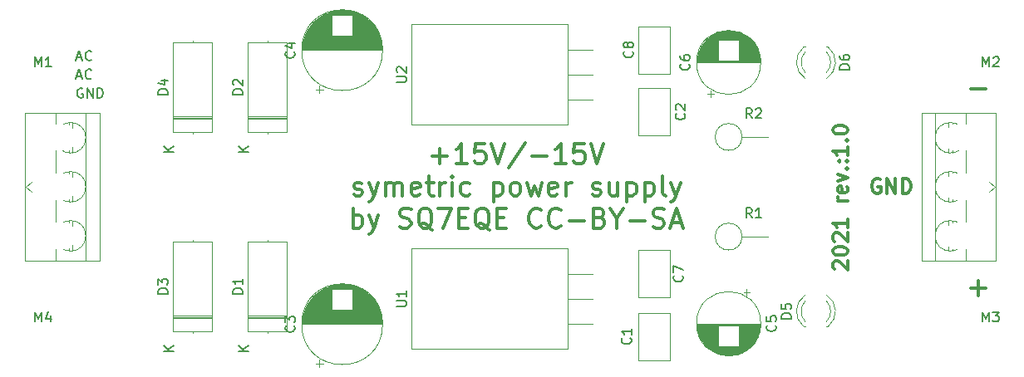
<source format=gbr>
%TF.GenerationSoftware,KiCad,Pcbnew,5.1.5+dfsg1-2build2*%
%TF.CreationDate,2021-08-20T10:43:51+02:00*%
%TF.ProjectId,power-supply,706f7765-722d-4737-9570-706c792e6b69,1.2*%
%TF.SameCoordinates,PX4d83c00PY6a95280*%
%TF.FileFunction,Legend,Top*%
%TF.FilePolarity,Positive*%
%FSLAX46Y46*%
G04 Gerber Fmt 4.6, Leading zero omitted, Abs format (unit mm)*
G04 Created by KiCad (PCBNEW 5.1.5+dfsg1-2build2) date 2021-08-20 10:43:51*
%MOMM*%
%LPD*%
G04 APERTURE LIST*
%ADD10C,0.300000*%
%ADD11C,0.150000*%
%ADD12C,0.120000*%
%ADD13C,1.502000*%
%ADD14O,2.102000X2.007000*%
%ADD15R,2.102000X2.007000*%
%ADD16O,3.602000X3.602000*%
%ADD17O,1.702000X1.702000*%
%ADD18C,1.702000*%
%ADD19C,2.302000*%
%ADD20R,1.702000X1.702000*%
%ADD21R,2.902000X2.902000*%
%ADD22O,2.902000X2.902000*%
%ADD23R,1.902000X1.902000*%
%ADD24C,1.902000*%
G04 APERTURE END LIST*
D10*
X83141428Y10640715D02*
X83070000Y10712143D01*
X82998571Y10855000D01*
X82998571Y11212143D01*
X83070000Y11355000D01*
X83141428Y11426429D01*
X83284285Y11497858D01*
X83427142Y11497858D01*
X83641428Y11426429D01*
X84498571Y10569286D01*
X84498571Y11497858D01*
X82998571Y12426429D02*
X82998571Y12569286D01*
X83070000Y12712143D01*
X83141428Y12783572D01*
X83284285Y12855000D01*
X83570000Y12926429D01*
X83927142Y12926429D01*
X84212857Y12855000D01*
X84355714Y12783572D01*
X84427142Y12712143D01*
X84498571Y12569286D01*
X84498571Y12426429D01*
X84427142Y12283572D01*
X84355714Y12212143D01*
X84212857Y12140715D01*
X83927142Y12069286D01*
X83570000Y12069286D01*
X83284285Y12140715D01*
X83141428Y12212143D01*
X83070000Y12283572D01*
X82998571Y12426429D01*
X83141428Y13497858D02*
X83070000Y13569286D01*
X82998571Y13712143D01*
X82998571Y14069286D01*
X83070000Y14212143D01*
X83141428Y14283572D01*
X83284285Y14355000D01*
X83427142Y14355000D01*
X83641428Y14283572D01*
X84498571Y13426429D01*
X84498571Y14355000D01*
X84498571Y15783572D02*
X84498571Y14926429D01*
X84498571Y15355000D02*
X82998571Y15355000D01*
X83212857Y15212143D01*
X83355714Y15069286D01*
X83427142Y14926429D01*
X84498571Y17569286D02*
X83498571Y17569286D01*
X83784285Y17569286D02*
X83641428Y17640715D01*
X83570000Y17712143D01*
X83498571Y17855000D01*
X83498571Y17997858D01*
X84427142Y19069286D02*
X84498571Y18926429D01*
X84498571Y18640715D01*
X84427142Y18497858D01*
X84284285Y18426429D01*
X83712857Y18426429D01*
X83570000Y18497858D01*
X83498571Y18640715D01*
X83498571Y18926429D01*
X83570000Y19069286D01*
X83712857Y19140715D01*
X83855714Y19140715D01*
X83998571Y18426429D01*
X83498571Y19640715D02*
X84498571Y19997858D01*
X83498571Y20355000D01*
X84355714Y20926429D02*
X84427142Y20997858D01*
X84498571Y20926429D01*
X84427142Y20855000D01*
X84355714Y20926429D01*
X84498571Y20926429D01*
X84355714Y21640715D02*
X84427142Y21712143D01*
X84498571Y21640715D01*
X84427142Y21569286D01*
X84355714Y21640715D01*
X84498571Y21640715D01*
X83570000Y21640715D02*
X83641428Y21712143D01*
X83712857Y21640715D01*
X83641428Y21569286D01*
X83570000Y21640715D01*
X83712857Y21640715D01*
X84498571Y23140715D02*
X84498571Y22283572D01*
X84498571Y22712143D02*
X82998571Y22712143D01*
X83212857Y22569286D01*
X83355714Y22426429D01*
X83427142Y22283572D01*
X84355714Y23783572D02*
X84427142Y23855000D01*
X84498571Y23783572D01*
X84427142Y23712143D01*
X84355714Y23783572D01*
X84498571Y23783572D01*
X82998571Y24783572D02*
X82998571Y24926429D01*
X83070000Y25069286D01*
X83141428Y25140715D01*
X83284285Y25212143D01*
X83570000Y25283572D01*
X83927142Y25283572D01*
X84212857Y25212143D01*
X84355714Y25140715D01*
X84427142Y25069286D01*
X84498571Y24926429D01*
X84498571Y24783572D01*
X84427142Y24640715D01*
X84355714Y24569286D01*
X84212857Y24497858D01*
X83927142Y24426429D01*
X83570000Y24426429D01*
X83284285Y24497858D01*
X83141428Y24569286D01*
X83070000Y24640715D01*
X82998571Y24783572D01*
D11*
X6574404Y29075000D02*
X6479166Y29122620D01*
X6336309Y29122620D01*
X6193452Y29075000D01*
X6098214Y28979762D01*
X6050595Y28884524D01*
X6002976Y28694048D01*
X6002976Y28551191D01*
X6050595Y28360715D01*
X6098214Y28265477D01*
X6193452Y28170239D01*
X6336309Y28122620D01*
X6431547Y28122620D01*
X6574404Y28170239D01*
X6622023Y28217858D01*
X6622023Y28551191D01*
X6431547Y28551191D01*
X7050595Y28122620D02*
X7050595Y29122620D01*
X7622023Y28122620D01*
X7622023Y29122620D01*
X8098214Y28122620D02*
X8098214Y29122620D01*
X8336309Y29122620D01*
X8479166Y29075000D01*
X8574404Y28979762D01*
X8622023Y28884524D01*
X8669642Y28694048D01*
X8669642Y28551191D01*
X8622023Y28360715D01*
X8574404Y28265477D01*
X8479166Y28170239D01*
X8336309Y28122620D01*
X8098214Y28122620D01*
D10*
X87816428Y19800000D02*
X87673571Y19871429D01*
X87459285Y19871429D01*
X87245000Y19800000D01*
X87102142Y19657143D01*
X87030714Y19514286D01*
X86959285Y19228572D01*
X86959285Y19014286D01*
X87030714Y18728572D01*
X87102142Y18585715D01*
X87245000Y18442858D01*
X87459285Y18371429D01*
X87602142Y18371429D01*
X87816428Y18442858D01*
X87887857Y18514286D01*
X87887857Y19014286D01*
X87602142Y19014286D01*
X88530714Y18371429D02*
X88530714Y19871429D01*
X89387857Y18371429D01*
X89387857Y19871429D01*
X90102142Y18371429D02*
X90102142Y19871429D01*
X90459285Y19871429D01*
X90673571Y19800000D01*
X90816428Y19657143D01*
X90887857Y19514286D01*
X90959285Y19228572D01*
X90959285Y19014286D01*
X90887857Y18728572D01*
X90816428Y18585715D01*
X90673571Y18442858D01*
X90459285Y18371429D01*
X90102142Y18371429D01*
X42228571Y22207143D02*
X43752380Y22207143D01*
X42990476Y21445239D02*
X42990476Y22969048D01*
X45752380Y21445239D02*
X44609523Y21445239D01*
X45180952Y21445239D02*
X45180952Y23445239D01*
X44990476Y23159524D01*
X44800000Y22969048D01*
X44609523Y22873810D01*
X47561904Y23445239D02*
X46609523Y23445239D01*
X46514285Y22492858D01*
X46609523Y22588096D01*
X46800000Y22683334D01*
X47276190Y22683334D01*
X47466666Y22588096D01*
X47561904Y22492858D01*
X47657142Y22302381D01*
X47657142Y21826191D01*
X47561904Y21635715D01*
X47466666Y21540477D01*
X47276190Y21445239D01*
X46800000Y21445239D01*
X46609523Y21540477D01*
X46514285Y21635715D01*
X48228571Y23445239D02*
X48895238Y21445239D01*
X49561904Y23445239D01*
X51657142Y23540477D02*
X49942857Y20969048D01*
X52323809Y22207143D02*
X53847619Y22207143D01*
X55847619Y21445239D02*
X54704761Y21445239D01*
X55276190Y21445239D02*
X55276190Y23445239D01*
X55085714Y23159524D01*
X54895238Y22969048D01*
X54704761Y22873810D01*
X57657142Y23445239D02*
X56704761Y23445239D01*
X56609523Y22492858D01*
X56704761Y22588096D01*
X56895238Y22683334D01*
X57371428Y22683334D01*
X57561904Y22588096D01*
X57657142Y22492858D01*
X57752380Y22302381D01*
X57752380Y21826191D01*
X57657142Y21635715D01*
X57561904Y21540477D01*
X57371428Y21445239D01*
X56895238Y21445239D01*
X56704761Y21540477D01*
X56609523Y21635715D01*
X58323809Y23445239D02*
X58990476Y21445239D01*
X59657142Y23445239D01*
X34228571Y18240477D02*
X34419047Y18145239D01*
X34800000Y18145239D01*
X34990476Y18240477D01*
X35085714Y18430953D01*
X35085714Y18526191D01*
X34990476Y18716667D01*
X34800000Y18811905D01*
X34514285Y18811905D01*
X34323809Y18907143D01*
X34228571Y19097620D01*
X34228571Y19192858D01*
X34323809Y19383334D01*
X34514285Y19478572D01*
X34800000Y19478572D01*
X34990476Y19383334D01*
X35752380Y19478572D02*
X36228571Y18145239D01*
X36704761Y19478572D02*
X36228571Y18145239D01*
X36038095Y17669048D01*
X35942857Y17573810D01*
X35752380Y17478572D01*
X37466666Y18145239D02*
X37466666Y19478572D01*
X37466666Y19288096D02*
X37561904Y19383334D01*
X37752380Y19478572D01*
X38038095Y19478572D01*
X38228571Y19383334D01*
X38323809Y19192858D01*
X38323809Y18145239D01*
X38323809Y19192858D02*
X38419047Y19383334D01*
X38609523Y19478572D01*
X38895238Y19478572D01*
X39085714Y19383334D01*
X39180952Y19192858D01*
X39180952Y18145239D01*
X40895238Y18240477D02*
X40704761Y18145239D01*
X40323809Y18145239D01*
X40133333Y18240477D01*
X40038095Y18430953D01*
X40038095Y19192858D01*
X40133333Y19383334D01*
X40323809Y19478572D01*
X40704761Y19478572D01*
X40895238Y19383334D01*
X40990476Y19192858D01*
X40990476Y19002381D01*
X40038095Y18811905D01*
X41561904Y19478572D02*
X42323809Y19478572D01*
X41847619Y20145239D02*
X41847619Y18430953D01*
X41942857Y18240477D01*
X42133333Y18145239D01*
X42323809Y18145239D01*
X42990476Y18145239D02*
X42990476Y19478572D01*
X42990476Y19097620D02*
X43085714Y19288096D01*
X43180952Y19383334D01*
X43371428Y19478572D01*
X43561904Y19478572D01*
X44228571Y18145239D02*
X44228571Y19478572D01*
X44228571Y20145239D02*
X44133333Y20050000D01*
X44228571Y19954762D01*
X44323809Y20050000D01*
X44228571Y20145239D01*
X44228571Y19954762D01*
X46038095Y18240477D02*
X45847619Y18145239D01*
X45466666Y18145239D01*
X45276190Y18240477D01*
X45180952Y18335715D01*
X45085714Y18526191D01*
X45085714Y19097620D01*
X45180952Y19288096D01*
X45276190Y19383334D01*
X45466666Y19478572D01*
X45847619Y19478572D01*
X46038095Y19383334D01*
X48419047Y19478572D02*
X48419047Y17478572D01*
X48419047Y19383334D02*
X48609523Y19478572D01*
X48990476Y19478572D01*
X49180952Y19383334D01*
X49276190Y19288096D01*
X49371428Y19097620D01*
X49371428Y18526191D01*
X49276190Y18335715D01*
X49180952Y18240477D01*
X48990476Y18145239D01*
X48609523Y18145239D01*
X48419047Y18240477D01*
X50514285Y18145239D02*
X50323809Y18240477D01*
X50228571Y18335715D01*
X50133333Y18526191D01*
X50133333Y19097620D01*
X50228571Y19288096D01*
X50323809Y19383334D01*
X50514285Y19478572D01*
X50800000Y19478572D01*
X50990476Y19383334D01*
X51085714Y19288096D01*
X51180952Y19097620D01*
X51180952Y18526191D01*
X51085714Y18335715D01*
X50990476Y18240477D01*
X50800000Y18145239D01*
X50514285Y18145239D01*
X51847619Y19478572D02*
X52228571Y18145239D01*
X52609523Y19097620D01*
X52990476Y18145239D01*
X53371428Y19478572D01*
X54895238Y18240477D02*
X54704761Y18145239D01*
X54323809Y18145239D01*
X54133333Y18240477D01*
X54038095Y18430953D01*
X54038095Y19192858D01*
X54133333Y19383334D01*
X54323809Y19478572D01*
X54704761Y19478572D01*
X54895238Y19383334D01*
X54990476Y19192858D01*
X54990476Y19002381D01*
X54038095Y18811905D01*
X55847619Y18145239D02*
X55847619Y19478572D01*
X55847619Y19097620D02*
X55942857Y19288096D01*
X56038095Y19383334D01*
X56228571Y19478572D01*
X56419047Y19478572D01*
X58514285Y18240477D02*
X58704761Y18145239D01*
X59085714Y18145239D01*
X59276190Y18240477D01*
X59371428Y18430953D01*
X59371428Y18526191D01*
X59276190Y18716667D01*
X59085714Y18811905D01*
X58800000Y18811905D01*
X58609523Y18907143D01*
X58514285Y19097620D01*
X58514285Y19192858D01*
X58609523Y19383334D01*
X58800000Y19478572D01*
X59085714Y19478572D01*
X59276190Y19383334D01*
X61085714Y19478572D02*
X61085714Y18145239D01*
X60228571Y19478572D02*
X60228571Y18430953D01*
X60323809Y18240477D01*
X60514285Y18145239D01*
X60800000Y18145239D01*
X60990476Y18240477D01*
X61085714Y18335715D01*
X62038095Y19478572D02*
X62038095Y17478572D01*
X62038095Y19383334D02*
X62228571Y19478572D01*
X62609523Y19478572D01*
X62800000Y19383334D01*
X62895238Y19288096D01*
X62990476Y19097620D01*
X62990476Y18526191D01*
X62895238Y18335715D01*
X62800000Y18240477D01*
X62609523Y18145239D01*
X62228571Y18145239D01*
X62038095Y18240477D01*
X63847619Y19478572D02*
X63847619Y17478572D01*
X63847619Y19383334D02*
X64038095Y19478572D01*
X64419047Y19478572D01*
X64609523Y19383334D01*
X64704761Y19288096D01*
X64800000Y19097620D01*
X64800000Y18526191D01*
X64704761Y18335715D01*
X64609523Y18240477D01*
X64419047Y18145239D01*
X64038095Y18145239D01*
X63847619Y18240477D01*
X65942857Y18145239D02*
X65752380Y18240477D01*
X65657142Y18430953D01*
X65657142Y20145239D01*
X66514285Y19478572D02*
X66990476Y18145239D01*
X67466666Y19478572D02*
X66990476Y18145239D01*
X66800000Y17669048D01*
X66704761Y17573810D01*
X66514285Y17478572D01*
X34133333Y14845239D02*
X34133333Y16845239D01*
X34133333Y16083334D02*
X34323809Y16178572D01*
X34704761Y16178572D01*
X34895238Y16083334D01*
X34990476Y15988096D01*
X35085714Y15797620D01*
X35085714Y15226191D01*
X34990476Y15035715D01*
X34895238Y14940477D01*
X34704761Y14845239D01*
X34323809Y14845239D01*
X34133333Y14940477D01*
X35752380Y16178572D02*
X36228571Y14845239D01*
X36704761Y16178572D02*
X36228571Y14845239D01*
X36038095Y14369048D01*
X35942857Y14273810D01*
X35752380Y14178572D01*
X38895238Y14940477D02*
X39180952Y14845239D01*
X39657142Y14845239D01*
X39847619Y14940477D01*
X39942857Y15035715D01*
X40038095Y15226191D01*
X40038095Y15416667D01*
X39942857Y15607143D01*
X39847619Y15702381D01*
X39657142Y15797620D01*
X39276190Y15892858D01*
X39085714Y15988096D01*
X38990476Y16083334D01*
X38895238Y16273810D01*
X38895238Y16464286D01*
X38990476Y16654762D01*
X39085714Y16750000D01*
X39276190Y16845239D01*
X39752380Y16845239D01*
X40038095Y16750000D01*
X42228571Y14654762D02*
X42038095Y14750000D01*
X41847619Y14940477D01*
X41561904Y15226191D01*
X41371428Y15321429D01*
X41180952Y15321429D01*
X41276190Y14845239D02*
X41085714Y14940477D01*
X40895238Y15130953D01*
X40800000Y15511905D01*
X40800000Y16178572D01*
X40895238Y16559524D01*
X41085714Y16750000D01*
X41276190Y16845239D01*
X41657142Y16845239D01*
X41847619Y16750000D01*
X42038095Y16559524D01*
X42133333Y16178572D01*
X42133333Y15511905D01*
X42038095Y15130953D01*
X41847619Y14940477D01*
X41657142Y14845239D01*
X41276190Y14845239D01*
X42800000Y16845239D02*
X44133333Y16845239D01*
X43276190Y14845239D01*
X44895238Y15892858D02*
X45561904Y15892858D01*
X45847619Y14845239D02*
X44895238Y14845239D01*
X44895238Y16845239D01*
X45847619Y16845239D01*
X48038095Y14654762D02*
X47847619Y14750000D01*
X47657142Y14940477D01*
X47371428Y15226191D01*
X47180952Y15321429D01*
X46990476Y15321429D01*
X47085714Y14845239D02*
X46895238Y14940477D01*
X46704761Y15130953D01*
X46609523Y15511905D01*
X46609523Y16178572D01*
X46704761Y16559524D01*
X46895238Y16750000D01*
X47085714Y16845239D01*
X47466666Y16845239D01*
X47657142Y16750000D01*
X47847619Y16559524D01*
X47942857Y16178572D01*
X47942857Y15511905D01*
X47847619Y15130953D01*
X47657142Y14940477D01*
X47466666Y14845239D01*
X47085714Y14845239D01*
X48800000Y15892858D02*
X49466666Y15892858D01*
X49752380Y14845239D02*
X48800000Y14845239D01*
X48800000Y16845239D01*
X49752380Y16845239D01*
X53276190Y15035715D02*
X53180952Y14940477D01*
X52895238Y14845239D01*
X52704761Y14845239D01*
X52419047Y14940477D01*
X52228571Y15130953D01*
X52133333Y15321429D01*
X52038095Y15702381D01*
X52038095Y15988096D01*
X52133333Y16369048D01*
X52228571Y16559524D01*
X52419047Y16750000D01*
X52704761Y16845239D01*
X52895238Y16845239D01*
X53180952Y16750000D01*
X53276190Y16654762D01*
X55276190Y15035715D02*
X55180952Y14940477D01*
X54895238Y14845239D01*
X54704761Y14845239D01*
X54419047Y14940477D01*
X54228571Y15130953D01*
X54133333Y15321429D01*
X54038095Y15702381D01*
X54038095Y15988096D01*
X54133333Y16369048D01*
X54228571Y16559524D01*
X54419047Y16750000D01*
X54704761Y16845239D01*
X54895238Y16845239D01*
X55180952Y16750000D01*
X55276190Y16654762D01*
X56133333Y15607143D02*
X57657142Y15607143D01*
X59276190Y15892858D02*
X59561904Y15797620D01*
X59657142Y15702381D01*
X59752380Y15511905D01*
X59752380Y15226191D01*
X59657142Y15035715D01*
X59561904Y14940477D01*
X59371428Y14845239D01*
X58609523Y14845239D01*
X58609523Y16845239D01*
X59276190Y16845239D01*
X59466666Y16750000D01*
X59561904Y16654762D01*
X59657142Y16464286D01*
X59657142Y16273810D01*
X59561904Y16083334D01*
X59466666Y15988096D01*
X59276190Y15892858D01*
X58609523Y15892858D01*
X60990476Y15797620D02*
X60990476Y14845239D01*
X60323809Y16845239D02*
X60990476Y15797620D01*
X61657142Y16845239D01*
X62323809Y15607143D02*
X63847619Y15607143D01*
X64704761Y14940477D02*
X64990476Y14845239D01*
X65466666Y14845239D01*
X65657142Y14940477D01*
X65752380Y15035715D01*
X65847619Y15226191D01*
X65847619Y15416667D01*
X65752380Y15607143D01*
X65657142Y15702381D01*
X65466666Y15797620D01*
X65085714Y15892858D01*
X64895238Y15988096D01*
X64800000Y16083334D01*
X64704761Y16273810D01*
X64704761Y16464286D01*
X64800000Y16654762D01*
X64895238Y16750000D01*
X65085714Y16845239D01*
X65561904Y16845239D01*
X65847619Y16750000D01*
X66609523Y15416667D02*
X67561904Y15416667D01*
X66419047Y14845239D02*
X67085714Y16845239D01*
X67752380Y14845239D01*
D11*
X6002976Y32218334D02*
X6479166Y32218334D01*
X5907738Y31932620D02*
X6241071Y32932620D01*
X6574404Y31932620D01*
X7479166Y32027858D02*
X7431547Y31980239D01*
X7288690Y31932620D01*
X7193452Y31932620D01*
X7050595Y31980239D01*
X6955357Y32075477D01*
X6907738Y32170715D01*
X6860119Y32361191D01*
X6860119Y32504048D01*
X6907738Y32694524D01*
X6955357Y32789762D01*
X7050595Y32885000D01*
X7193452Y32932620D01*
X7288690Y32932620D01*
X7431547Y32885000D01*
X7479166Y32837381D01*
X6002976Y30313334D02*
X6479166Y30313334D01*
X5907738Y30027620D02*
X6241071Y31027620D01*
X6574404Y30027620D01*
X7479166Y30122858D02*
X7431547Y30075239D01*
X7288690Y30027620D01*
X7193452Y30027620D01*
X7050595Y30075239D01*
X6955357Y30170477D01*
X6907738Y30265715D01*
X6860119Y30456191D01*
X6860119Y30599048D01*
X6907738Y30789524D01*
X6955357Y30884762D01*
X7050595Y30980000D01*
X7193452Y31027620D01*
X7288690Y31027620D01*
X7431547Y30980000D01*
X7479166Y30932381D01*
D10*
X97028095Y29067143D02*
X98551904Y29067143D01*
X97028095Y8747143D02*
X98551904Y8747143D01*
X97790000Y7985239D02*
X97790000Y9509048D01*
D12*
%TO.C,J2*%
X99520000Y19050000D02*
X98920000Y19550000D01*
X98920000Y18550000D02*
X99520000Y19050000D01*
X95170000Y22500000D02*
X95170000Y25600000D01*
X95170000Y17500000D02*
X95170000Y20600000D01*
X95170000Y12500000D02*
X95170000Y15600000D01*
X94770000Y22500000D02*
X94770000Y25600000D01*
X94770000Y17500000D02*
X94770000Y20600000D01*
X94770000Y12500000D02*
X94770000Y15600000D01*
X96520000Y24050000D02*
G75*
G03X96520000Y24050000I-1550000J0D01*
G01*
X96520000Y19050000D02*
G75*
G03X96520000Y19050000I-1550000J0D01*
G01*
X96520000Y14050000D02*
G75*
G03X96520000Y14050000I-1550000J0D01*
G01*
X93420000Y11550000D02*
X93420000Y26550000D01*
X96520000Y11550000D02*
X96520000Y26550000D01*
X99620000Y26550000D02*
X92020000Y26550000D01*
X99620000Y11550000D02*
X99620000Y26550000D01*
X92020000Y11550000D02*
X99620000Y11550000D01*
X92020000Y11550000D02*
X92020000Y26550000D01*
%TO.C,J1*%
X810000Y19050000D02*
X1410000Y18550000D01*
X1410000Y19550000D02*
X810000Y19050000D01*
X5160000Y15600000D02*
X5160000Y12500000D01*
X5160000Y20600000D02*
X5160000Y17500000D01*
X5160000Y25600000D02*
X5160000Y22500000D01*
X5560000Y15600000D02*
X5560000Y12500000D01*
X5560000Y20600000D02*
X5560000Y17500000D01*
X5560000Y25600000D02*
X5560000Y22500000D01*
X6910000Y14050000D02*
G75*
G03X6910000Y14050000I-1550000J0D01*
G01*
X6910000Y19050000D02*
G75*
G03X6910000Y19050000I-1550000J0D01*
G01*
X6910000Y24050000D02*
G75*
G03X6910000Y24050000I-1550000J0D01*
G01*
X6910000Y26550000D02*
X6910000Y11550000D01*
X3810000Y26550000D02*
X3810000Y11550000D01*
X710000Y11550000D02*
X8310000Y11550000D01*
X710000Y26550000D02*
X710000Y11550000D01*
X8310000Y26550000D02*
X710000Y26550000D01*
X8310000Y26550000D02*
X8310000Y11550000D01*
%TO.C,C2*%
X66390000Y24270000D02*
X63150000Y24270000D01*
X66390000Y29110000D02*
X63150000Y29110000D01*
X63150000Y29110000D02*
X63150000Y24270000D01*
X66390000Y29110000D02*
X66390000Y24270000D01*
%TO.C,C1*%
X63150000Y6210000D02*
X66390000Y6210000D01*
X63150000Y1370000D02*
X66390000Y1370000D01*
X66390000Y1370000D02*
X66390000Y6210000D01*
X63150000Y1370000D02*
X63150000Y6210000D01*
%TO.C,U2*%
X56000000Y33020000D02*
X58540000Y33020000D01*
X56000000Y30480000D02*
X58540000Y30480000D01*
X56000000Y27940000D02*
X58540000Y27940000D01*
X40110000Y35600000D02*
X56000000Y35600000D01*
X40110000Y25360000D02*
X56000000Y25360000D01*
X40110000Y25360000D02*
X40110000Y35600000D01*
X56000000Y25360000D02*
X56000000Y35600000D01*
%TO.C,U1*%
X56000000Y10160000D02*
X58540000Y10160000D01*
X56000000Y7620000D02*
X58540000Y7620000D01*
X56000000Y5080000D02*
X58540000Y5080000D01*
X40110000Y12740000D02*
X56000000Y12740000D01*
X40110000Y2500000D02*
X56000000Y2500000D01*
X40110000Y2500000D02*
X40110000Y12740000D01*
X56000000Y2500000D02*
X56000000Y12740000D01*
%TO.C,R2*%
X73760000Y24130000D02*
X76370000Y24130000D01*
X73760000Y24130000D02*
G75*
G03X73760000Y24130000I-1370000J0D01*
G01*
%TO.C,R1*%
X73760000Y13970000D02*
X76370000Y13970000D01*
X73760000Y13970000D02*
G75*
G03X73760000Y13970000I-1370000J0D01*
G01*
%TO.C,C3*%
X30305000Y1030302D02*
X31105000Y1030302D01*
X30705000Y630302D02*
X30705000Y1430302D01*
X32487000Y9121000D02*
X33553000Y9121000D01*
X32252000Y9081000D02*
X33788000Y9081000D01*
X32072000Y9041000D02*
X33968000Y9041000D01*
X31922000Y9001000D02*
X34118000Y9001000D01*
X31791000Y8961000D02*
X34249000Y8961000D01*
X31674000Y8921000D02*
X34366000Y8921000D01*
X31567000Y8881000D02*
X34473000Y8881000D01*
X31468000Y8841000D02*
X34572000Y8841000D01*
X31375000Y8801000D02*
X34665000Y8801000D01*
X31289000Y8761000D02*
X34751000Y8761000D01*
X31207000Y8721000D02*
X34833000Y8721000D01*
X31130000Y8681000D02*
X34910000Y8681000D01*
X31056000Y8641000D02*
X34984000Y8641000D01*
X30986000Y8601000D02*
X35054000Y8601000D01*
X34060000Y8561000D02*
X35122000Y8561000D01*
X30918000Y8561000D02*
X31980000Y8561000D01*
X34060000Y8521000D02*
X35186000Y8521000D01*
X30854000Y8521000D02*
X31980000Y8521000D01*
X34060000Y8481000D02*
X35248000Y8481000D01*
X30792000Y8481000D02*
X31980000Y8481000D01*
X34060000Y8441000D02*
X35307000Y8441000D01*
X30733000Y8441000D02*
X31980000Y8441000D01*
X34060000Y8401000D02*
X35365000Y8401000D01*
X30675000Y8401000D02*
X31980000Y8401000D01*
X34060000Y8361000D02*
X35420000Y8361000D01*
X30620000Y8361000D02*
X31980000Y8361000D01*
X34060000Y8321000D02*
X35474000Y8321000D01*
X30566000Y8321000D02*
X31980000Y8321000D01*
X34060000Y8281000D02*
X35525000Y8281000D01*
X30515000Y8281000D02*
X31980000Y8281000D01*
X34060000Y8241000D02*
X35576000Y8241000D01*
X30464000Y8241000D02*
X31980000Y8241000D01*
X34060000Y8201000D02*
X35624000Y8201000D01*
X30416000Y8201000D02*
X31980000Y8201000D01*
X34060000Y8161000D02*
X35671000Y8161000D01*
X30369000Y8161000D02*
X31980000Y8161000D01*
X34060000Y8121000D02*
X35717000Y8121000D01*
X30323000Y8121000D02*
X31980000Y8121000D01*
X34060000Y8081000D02*
X35761000Y8081000D01*
X30279000Y8081000D02*
X31980000Y8081000D01*
X34060000Y8041000D02*
X35804000Y8041000D01*
X30236000Y8041000D02*
X31980000Y8041000D01*
X34060000Y8001000D02*
X35846000Y8001000D01*
X30194000Y8001000D02*
X31980000Y8001000D01*
X34060000Y7961000D02*
X35887000Y7961000D01*
X30153000Y7961000D02*
X31980000Y7961000D01*
X34060000Y7921000D02*
X35927000Y7921000D01*
X30113000Y7921000D02*
X31980000Y7921000D01*
X34060000Y7881000D02*
X35965000Y7881000D01*
X30075000Y7881000D02*
X31980000Y7881000D01*
X34060000Y7841000D02*
X36003000Y7841000D01*
X30037000Y7841000D02*
X31980000Y7841000D01*
X34060000Y7801000D02*
X36039000Y7801000D01*
X30001000Y7801000D02*
X31980000Y7801000D01*
X34060000Y7761000D02*
X36075000Y7761000D01*
X29965000Y7761000D02*
X31980000Y7761000D01*
X34060000Y7721000D02*
X36110000Y7721000D01*
X29930000Y7721000D02*
X31980000Y7721000D01*
X34060000Y7681000D02*
X36144000Y7681000D01*
X29896000Y7681000D02*
X31980000Y7681000D01*
X34060000Y7641000D02*
X36176000Y7641000D01*
X29864000Y7641000D02*
X31980000Y7641000D01*
X34060000Y7601000D02*
X36209000Y7601000D01*
X29831000Y7601000D02*
X31980000Y7601000D01*
X34060000Y7561000D02*
X36240000Y7561000D01*
X29800000Y7561000D02*
X31980000Y7561000D01*
X34060000Y7521000D02*
X36270000Y7521000D01*
X29770000Y7521000D02*
X31980000Y7521000D01*
X34060000Y7481000D02*
X36300000Y7481000D01*
X29740000Y7481000D02*
X31980000Y7481000D01*
X34060000Y7441000D02*
X36329000Y7441000D01*
X29711000Y7441000D02*
X31980000Y7441000D01*
X34060000Y7401000D02*
X36358000Y7401000D01*
X29682000Y7401000D02*
X31980000Y7401000D01*
X34060000Y7361000D02*
X36385000Y7361000D01*
X29655000Y7361000D02*
X31980000Y7361000D01*
X34060000Y7321000D02*
X36412000Y7321000D01*
X29628000Y7321000D02*
X31980000Y7321000D01*
X34060000Y7281000D02*
X36438000Y7281000D01*
X29602000Y7281000D02*
X31980000Y7281000D01*
X34060000Y7241000D02*
X36464000Y7241000D01*
X29576000Y7241000D02*
X31980000Y7241000D01*
X34060000Y7201000D02*
X36489000Y7201000D01*
X29551000Y7201000D02*
X31980000Y7201000D01*
X34060000Y7161000D02*
X36513000Y7161000D01*
X29527000Y7161000D02*
X31980000Y7161000D01*
X34060000Y7121000D02*
X36537000Y7121000D01*
X29503000Y7121000D02*
X31980000Y7121000D01*
X34060000Y7081000D02*
X36560000Y7081000D01*
X29480000Y7081000D02*
X31980000Y7081000D01*
X34060000Y7041000D02*
X36582000Y7041000D01*
X29458000Y7041000D02*
X31980000Y7041000D01*
X34060000Y7001000D02*
X36604000Y7001000D01*
X29436000Y7001000D02*
X31980000Y7001000D01*
X34060000Y6961000D02*
X36626000Y6961000D01*
X29414000Y6961000D02*
X31980000Y6961000D01*
X34060000Y6921000D02*
X36647000Y6921000D01*
X29393000Y6921000D02*
X31980000Y6921000D01*
X34060000Y6881000D02*
X36667000Y6881000D01*
X29373000Y6881000D02*
X31980000Y6881000D01*
X34060000Y6841000D02*
X36686000Y6841000D01*
X29354000Y6841000D02*
X31980000Y6841000D01*
X34060000Y6801000D02*
X36706000Y6801000D01*
X29334000Y6801000D02*
X31980000Y6801000D01*
X34060000Y6761000D02*
X36724000Y6761000D01*
X29316000Y6761000D02*
X31980000Y6761000D01*
X34060000Y6721000D02*
X36742000Y6721000D01*
X29298000Y6721000D02*
X31980000Y6721000D01*
X34060000Y6681000D02*
X36760000Y6681000D01*
X29280000Y6681000D02*
X31980000Y6681000D01*
X34060000Y6641000D02*
X36777000Y6641000D01*
X29263000Y6641000D02*
X31980000Y6641000D01*
X34060000Y6601000D02*
X36794000Y6601000D01*
X29246000Y6601000D02*
X31980000Y6601000D01*
X34060000Y6561000D02*
X36810000Y6561000D01*
X29230000Y6561000D02*
X31980000Y6561000D01*
X34060000Y6521000D02*
X36825000Y6521000D01*
X29215000Y6521000D02*
X31980000Y6521000D01*
X29199000Y6481000D02*
X36841000Y6481000D01*
X29185000Y6441000D02*
X36855000Y6441000D01*
X29170000Y6401000D02*
X36870000Y6401000D01*
X29157000Y6361000D02*
X36883000Y6361000D01*
X29143000Y6321000D02*
X36897000Y6321000D01*
X29131000Y6281000D02*
X36909000Y6281000D01*
X29118000Y6241000D02*
X36922000Y6241000D01*
X29106000Y6201000D02*
X36934000Y6201000D01*
X29095000Y6161000D02*
X36945000Y6161000D01*
X29084000Y6121000D02*
X36956000Y6121000D01*
X29073000Y6081000D02*
X36967000Y6081000D01*
X29063000Y6041000D02*
X36977000Y6041000D01*
X29053000Y6001000D02*
X36987000Y6001000D01*
X29044000Y5961000D02*
X36996000Y5961000D01*
X29035000Y5921000D02*
X37005000Y5921000D01*
X29026000Y5881000D02*
X37014000Y5881000D01*
X29018000Y5841000D02*
X37022000Y5841000D01*
X29010000Y5801000D02*
X37030000Y5801000D01*
X29003000Y5761000D02*
X37037000Y5761000D01*
X28996000Y5720000D02*
X37044000Y5720000D01*
X28990000Y5680000D02*
X37050000Y5680000D01*
X28983000Y5640000D02*
X37057000Y5640000D01*
X28978000Y5600000D02*
X37062000Y5600000D01*
X28972000Y5560000D02*
X37068000Y5560000D01*
X28968000Y5520000D02*
X37072000Y5520000D01*
X28963000Y5480000D02*
X37077000Y5480000D01*
X28959000Y5440000D02*
X37081000Y5440000D01*
X28955000Y5400000D02*
X37085000Y5400000D01*
X28952000Y5360000D02*
X37088000Y5360000D01*
X28949000Y5320000D02*
X37091000Y5320000D01*
X28946000Y5280000D02*
X37094000Y5280000D01*
X28944000Y5240000D02*
X37096000Y5240000D01*
X28943000Y5200000D02*
X37097000Y5200000D01*
X28941000Y5160000D02*
X37099000Y5160000D01*
X28940000Y5120000D02*
X37100000Y5120000D01*
X28940000Y5080000D02*
X37100000Y5080000D01*
X28940000Y5040000D02*
X37100000Y5040000D01*
X37140000Y5040000D02*
G75*
G03X37140000Y5040000I-4120000J0D01*
G01*
%TO.C,C4*%
X37140000Y32980000D02*
G75*
G03X37140000Y32980000I-4120000J0D01*
G01*
X28940000Y32980000D02*
X37100000Y32980000D01*
X28940000Y33020000D02*
X37100000Y33020000D01*
X28940000Y33060000D02*
X37100000Y33060000D01*
X28941000Y33100000D02*
X37099000Y33100000D01*
X28943000Y33140000D02*
X37097000Y33140000D01*
X28944000Y33180000D02*
X37096000Y33180000D01*
X28946000Y33220000D02*
X37094000Y33220000D01*
X28949000Y33260000D02*
X37091000Y33260000D01*
X28952000Y33300000D02*
X37088000Y33300000D01*
X28955000Y33340000D02*
X37085000Y33340000D01*
X28959000Y33380000D02*
X37081000Y33380000D01*
X28963000Y33420000D02*
X37077000Y33420000D01*
X28968000Y33460000D02*
X37072000Y33460000D01*
X28972000Y33500000D02*
X37068000Y33500000D01*
X28978000Y33540000D02*
X37062000Y33540000D01*
X28983000Y33580000D02*
X37057000Y33580000D01*
X28990000Y33620000D02*
X37050000Y33620000D01*
X28996000Y33660000D02*
X37044000Y33660000D01*
X29003000Y33701000D02*
X37037000Y33701000D01*
X29010000Y33741000D02*
X37030000Y33741000D01*
X29018000Y33781000D02*
X37022000Y33781000D01*
X29026000Y33821000D02*
X37014000Y33821000D01*
X29035000Y33861000D02*
X37005000Y33861000D01*
X29044000Y33901000D02*
X36996000Y33901000D01*
X29053000Y33941000D02*
X36987000Y33941000D01*
X29063000Y33981000D02*
X36977000Y33981000D01*
X29073000Y34021000D02*
X36967000Y34021000D01*
X29084000Y34061000D02*
X36956000Y34061000D01*
X29095000Y34101000D02*
X36945000Y34101000D01*
X29106000Y34141000D02*
X36934000Y34141000D01*
X29118000Y34181000D02*
X36922000Y34181000D01*
X29131000Y34221000D02*
X36909000Y34221000D01*
X29143000Y34261000D02*
X36897000Y34261000D01*
X29157000Y34301000D02*
X36883000Y34301000D01*
X29170000Y34341000D02*
X36870000Y34341000D01*
X29185000Y34381000D02*
X36855000Y34381000D01*
X29199000Y34421000D02*
X36841000Y34421000D01*
X29215000Y34461000D02*
X31980000Y34461000D01*
X34060000Y34461000D02*
X36825000Y34461000D01*
X29230000Y34501000D02*
X31980000Y34501000D01*
X34060000Y34501000D02*
X36810000Y34501000D01*
X29246000Y34541000D02*
X31980000Y34541000D01*
X34060000Y34541000D02*
X36794000Y34541000D01*
X29263000Y34581000D02*
X31980000Y34581000D01*
X34060000Y34581000D02*
X36777000Y34581000D01*
X29280000Y34621000D02*
X31980000Y34621000D01*
X34060000Y34621000D02*
X36760000Y34621000D01*
X29298000Y34661000D02*
X31980000Y34661000D01*
X34060000Y34661000D02*
X36742000Y34661000D01*
X29316000Y34701000D02*
X31980000Y34701000D01*
X34060000Y34701000D02*
X36724000Y34701000D01*
X29334000Y34741000D02*
X31980000Y34741000D01*
X34060000Y34741000D02*
X36706000Y34741000D01*
X29354000Y34781000D02*
X31980000Y34781000D01*
X34060000Y34781000D02*
X36686000Y34781000D01*
X29373000Y34821000D02*
X31980000Y34821000D01*
X34060000Y34821000D02*
X36667000Y34821000D01*
X29393000Y34861000D02*
X31980000Y34861000D01*
X34060000Y34861000D02*
X36647000Y34861000D01*
X29414000Y34901000D02*
X31980000Y34901000D01*
X34060000Y34901000D02*
X36626000Y34901000D01*
X29436000Y34941000D02*
X31980000Y34941000D01*
X34060000Y34941000D02*
X36604000Y34941000D01*
X29458000Y34981000D02*
X31980000Y34981000D01*
X34060000Y34981000D02*
X36582000Y34981000D01*
X29480000Y35021000D02*
X31980000Y35021000D01*
X34060000Y35021000D02*
X36560000Y35021000D01*
X29503000Y35061000D02*
X31980000Y35061000D01*
X34060000Y35061000D02*
X36537000Y35061000D01*
X29527000Y35101000D02*
X31980000Y35101000D01*
X34060000Y35101000D02*
X36513000Y35101000D01*
X29551000Y35141000D02*
X31980000Y35141000D01*
X34060000Y35141000D02*
X36489000Y35141000D01*
X29576000Y35181000D02*
X31980000Y35181000D01*
X34060000Y35181000D02*
X36464000Y35181000D01*
X29602000Y35221000D02*
X31980000Y35221000D01*
X34060000Y35221000D02*
X36438000Y35221000D01*
X29628000Y35261000D02*
X31980000Y35261000D01*
X34060000Y35261000D02*
X36412000Y35261000D01*
X29655000Y35301000D02*
X31980000Y35301000D01*
X34060000Y35301000D02*
X36385000Y35301000D01*
X29682000Y35341000D02*
X31980000Y35341000D01*
X34060000Y35341000D02*
X36358000Y35341000D01*
X29711000Y35381000D02*
X31980000Y35381000D01*
X34060000Y35381000D02*
X36329000Y35381000D01*
X29740000Y35421000D02*
X31980000Y35421000D01*
X34060000Y35421000D02*
X36300000Y35421000D01*
X29770000Y35461000D02*
X31980000Y35461000D01*
X34060000Y35461000D02*
X36270000Y35461000D01*
X29800000Y35501000D02*
X31980000Y35501000D01*
X34060000Y35501000D02*
X36240000Y35501000D01*
X29831000Y35541000D02*
X31980000Y35541000D01*
X34060000Y35541000D02*
X36209000Y35541000D01*
X29864000Y35581000D02*
X31980000Y35581000D01*
X34060000Y35581000D02*
X36176000Y35581000D01*
X29896000Y35621000D02*
X31980000Y35621000D01*
X34060000Y35621000D02*
X36144000Y35621000D01*
X29930000Y35661000D02*
X31980000Y35661000D01*
X34060000Y35661000D02*
X36110000Y35661000D01*
X29965000Y35701000D02*
X31980000Y35701000D01*
X34060000Y35701000D02*
X36075000Y35701000D01*
X30001000Y35741000D02*
X31980000Y35741000D01*
X34060000Y35741000D02*
X36039000Y35741000D01*
X30037000Y35781000D02*
X31980000Y35781000D01*
X34060000Y35781000D02*
X36003000Y35781000D01*
X30075000Y35821000D02*
X31980000Y35821000D01*
X34060000Y35821000D02*
X35965000Y35821000D01*
X30113000Y35861000D02*
X31980000Y35861000D01*
X34060000Y35861000D02*
X35927000Y35861000D01*
X30153000Y35901000D02*
X31980000Y35901000D01*
X34060000Y35901000D02*
X35887000Y35901000D01*
X30194000Y35941000D02*
X31980000Y35941000D01*
X34060000Y35941000D02*
X35846000Y35941000D01*
X30236000Y35981000D02*
X31980000Y35981000D01*
X34060000Y35981000D02*
X35804000Y35981000D01*
X30279000Y36021000D02*
X31980000Y36021000D01*
X34060000Y36021000D02*
X35761000Y36021000D01*
X30323000Y36061000D02*
X31980000Y36061000D01*
X34060000Y36061000D02*
X35717000Y36061000D01*
X30369000Y36101000D02*
X31980000Y36101000D01*
X34060000Y36101000D02*
X35671000Y36101000D01*
X30416000Y36141000D02*
X31980000Y36141000D01*
X34060000Y36141000D02*
X35624000Y36141000D01*
X30464000Y36181000D02*
X31980000Y36181000D01*
X34060000Y36181000D02*
X35576000Y36181000D01*
X30515000Y36221000D02*
X31980000Y36221000D01*
X34060000Y36221000D02*
X35525000Y36221000D01*
X30566000Y36261000D02*
X31980000Y36261000D01*
X34060000Y36261000D02*
X35474000Y36261000D01*
X30620000Y36301000D02*
X31980000Y36301000D01*
X34060000Y36301000D02*
X35420000Y36301000D01*
X30675000Y36341000D02*
X31980000Y36341000D01*
X34060000Y36341000D02*
X35365000Y36341000D01*
X30733000Y36381000D02*
X31980000Y36381000D01*
X34060000Y36381000D02*
X35307000Y36381000D01*
X30792000Y36421000D02*
X31980000Y36421000D01*
X34060000Y36421000D02*
X35248000Y36421000D01*
X30854000Y36461000D02*
X31980000Y36461000D01*
X34060000Y36461000D02*
X35186000Y36461000D01*
X30918000Y36501000D02*
X31980000Y36501000D01*
X34060000Y36501000D02*
X35122000Y36501000D01*
X30986000Y36541000D02*
X35054000Y36541000D01*
X31056000Y36581000D02*
X34984000Y36581000D01*
X31130000Y36621000D02*
X34910000Y36621000D01*
X31207000Y36661000D02*
X34833000Y36661000D01*
X31289000Y36701000D02*
X34751000Y36701000D01*
X31375000Y36741000D02*
X34665000Y36741000D01*
X31468000Y36781000D02*
X34572000Y36781000D01*
X31567000Y36821000D02*
X34473000Y36821000D01*
X31674000Y36861000D02*
X34366000Y36861000D01*
X31791000Y36901000D02*
X34249000Y36901000D01*
X31922000Y36941000D02*
X34118000Y36941000D01*
X32072000Y36981000D02*
X33968000Y36981000D01*
X32252000Y37021000D02*
X33788000Y37021000D01*
X32487000Y37061000D02*
X33553000Y37061000D01*
X30705000Y28570302D02*
X30705000Y29370302D01*
X30305000Y28970302D02*
X31105000Y28970302D01*
%TO.C,C5*%
X74544000Y8285241D02*
X73914000Y8285241D01*
X74229000Y8600241D02*
X74229000Y7970241D01*
X72792000Y1859000D02*
X71988000Y1859000D01*
X73023000Y1899000D02*
X71757000Y1899000D01*
X73192000Y1939000D02*
X71588000Y1939000D01*
X73330000Y1979000D02*
X71450000Y1979000D01*
X73449000Y2019000D02*
X71331000Y2019000D01*
X73555000Y2059000D02*
X71225000Y2059000D01*
X73652000Y2099000D02*
X71128000Y2099000D01*
X73740000Y2139000D02*
X71040000Y2139000D01*
X73822000Y2179000D02*
X70958000Y2179000D01*
X73899000Y2219000D02*
X70881000Y2219000D01*
X73971000Y2259000D02*
X70809000Y2259000D01*
X74040000Y2299000D02*
X70740000Y2299000D01*
X74104000Y2339000D02*
X70676000Y2339000D01*
X74166000Y2379000D02*
X70614000Y2379000D01*
X74224000Y2419000D02*
X70556000Y2419000D01*
X74280000Y2459000D02*
X70500000Y2459000D01*
X74334000Y2499000D02*
X70446000Y2499000D01*
X74385000Y2539000D02*
X70395000Y2539000D01*
X74434000Y2579000D02*
X70346000Y2579000D01*
X74482000Y2619000D02*
X70298000Y2619000D01*
X74527000Y2659000D02*
X70253000Y2659000D01*
X74572000Y2699000D02*
X70208000Y2699000D01*
X74614000Y2739000D02*
X70166000Y2739000D01*
X74655000Y2779000D02*
X70125000Y2779000D01*
X71350000Y2819000D02*
X70085000Y2819000D01*
X74695000Y2819000D02*
X73430000Y2819000D01*
X71350000Y2859000D02*
X70047000Y2859000D01*
X74733000Y2859000D02*
X73430000Y2859000D01*
X71350000Y2899000D02*
X70010000Y2899000D01*
X74770000Y2899000D02*
X73430000Y2899000D01*
X71350000Y2939000D02*
X69974000Y2939000D01*
X74806000Y2939000D02*
X73430000Y2939000D01*
X71350000Y2979000D02*
X69940000Y2979000D01*
X74840000Y2979000D02*
X73430000Y2979000D01*
X71350000Y3019000D02*
X69906000Y3019000D01*
X74874000Y3019000D02*
X73430000Y3019000D01*
X71350000Y3059000D02*
X69874000Y3059000D01*
X74906000Y3059000D02*
X73430000Y3059000D01*
X71350000Y3099000D02*
X69842000Y3099000D01*
X74938000Y3099000D02*
X73430000Y3099000D01*
X71350000Y3139000D02*
X69812000Y3139000D01*
X74968000Y3139000D02*
X73430000Y3139000D01*
X71350000Y3179000D02*
X69783000Y3179000D01*
X74997000Y3179000D02*
X73430000Y3179000D01*
X71350000Y3219000D02*
X69754000Y3219000D01*
X75026000Y3219000D02*
X73430000Y3219000D01*
X71350000Y3259000D02*
X69726000Y3259000D01*
X75054000Y3259000D02*
X73430000Y3259000D01*
X71350000Y3299000D02*
X69700000Y3299000D01*
X75080000Y3299000D02*
X73430000Y3299000D01*
X71350000Y3339000D02*
X69674000Y3339000D01*
X75106000Y3339000D02*
X73430000Y3339000D01*
X71350000Y3379000D02*
X69648000Y3379000D01*
X75132000Y3379000D02*
X73430000Y3379000D01*
X71350000Y3419000D02*
X69624000Y3419000D01*
X75156000Y3419000D02*
X73430000Y3419000D01*
X71350000Y3459000D02*
X69600000Y3459000D01*
X75180000Y3459000D02*
X73430000Y3459000D01*
X71350000Y3499000D02*
X69578000Y3499000D01*
X75202000Y3499000D02*
X73430000Y3499000D01*
X71350000Y3539000D02*
X69556000Y3539000D01*
X75224000Y3539000D02*
X73430000Y3539000D01*
X71350000Y3579000D02*
X69534000Y3579000D01*
X75246000Y3579000D02*
X73430000Y3579000D01*
X71350000Y3619000D02*
X69514000Y3619000D01*
X75266000Y3619000D02*
X73430000Y3619000D01*
X71350000Y3659000D02*
X69494000Y3659000D01*
X75286000Y3659000D02*
X73430000Y3659000D01*
X71350000Y3699000D02*
X69474000Y3699000D01*
X75306000Y3699000D02*
X73430000Y3699000D01*
X71350000Y3739000D02*
X69456000Y3739000D01*
X75324000Y3739000D02*
X73430000Y3739000D01*
X71350000Y3779000D02*
X69438000Y3779000D01*
X75342000Y3779000D02*
X73430000Y3779000D01*
X71350000Y3819000D02*
X69420000Y3819000D01*
X75360000Y3819000D02*
X73430000Y3819000D01*
X71350000Y3859000D02*
X69404000Y3859000D01*
X75376000Y3859000D02*
X73430000Y3859000D01*
X71350000Y3899000D02*
X69388000Y3899000D01*
X75392000Y3899000D02*
X73430000Y3899000D01*
X71350000Y3939000D02*
X69372000Y3939000D01*
X75408000Y3939000D02*
X73430000Y3939000D01*
X71350000Y3979000D02*
X69357000Y3979000D01*
X75423000Y3979000D02*
X73430000Y3979000D01*
X71350000Y4019000D02*
X69343000Y4019000D01*
X75437000Y4019000D02*
X73430000Y4019000D01*
X71350000Y4059000D02*
X69329000Y4059000D01*
X75451000Y4059000D02*
X73430000Y4059000D01*
X71350000Y4099000D02*
X69316000Y4099000D01*
X75464000Y4099000D02*
X73430000Y4099000D01*
X71350000Y4139000D02*
X69304000Y4139000D01*
X75476000Y4139000D02*
X73430000Y4139000D01*
X71350000Y4179000D02*
X69292000Y4179000D01*
X75488000Y4179000D02*
X73430000Y4179000D01*
X71350000Y4219000D02*
X69280000Y4219000D01*
X75500000Y4219000D02*
X73430000Y4219000D01*
X71350000Y4259000D02*
X69269000Y4259000D01*
X75511000Y4259000D02*
X73430000Y4259000D01*
X71350000Y4299000D02*
X69259000Y4299000D01*
X75521000Y4299000D02*
X73430000Y4299000D01*
X71350000Y4339000D02*
X69249000Y4339000D01*
X75531000Y4339000D02*
X73430000Y4339000D01*
X71350000Y4379000D02*
X69240000Y4379000D01*
X75540000Y4379000D02*
X73430000Y4379000D01*
X71350000Y4420000D02*
X69231000Y4420000D01*
X75549000Y4420000D02*
X73430000Y4420000D01*
X71350000Y4460000D02*
X69223000Y4460000D01*
X75557000Y4460000D02*
X73430000Y4460000D01*
X71350000Y4500000D02*
X69215000Y4500000D01*
X75565000Y4500000D02*
X73430000Y4500000D01*
X71350000Y4540000D02*
X69208000Y4540000D01*
X75572000Y4540000D02*
X73430000Y4540000D01*
X71350000Y4580000D02*
X69201000Y4580000D01*
X75579000Y4580000D02*
X73430000Y4580000D01*
X71350000Y4620000D02*
X69195000Y4620000D01*
X75585000Y4620000D02*
X73430000Y4620000D01*
X71350000Y4660000D02*
X69189000Y4660000D01*
X75591000Y4660000D02*
X73430000Y4660000D01*
X71350000Y4700000D02*
X69184000Y4700000D01*
X75596000Y4700000D02*
X73430000Y4700000D01*
X71350000Y4740000D02*
X69179000Y4740000D01*
X75601000Y4740000D02*
X73430000Y4740000D01*
X71350000Y4780000D02*
X69175000Y4780000D01*
X75605000Y4780000D02*
X73430000Y4780000D01*
X71350000Y4820000D02*
X69172000Y4820000D01*
X75608000Y4820000D02*
X73430000Y4820000D01*
X71350000Y4860000D02*
X69168000Y4860000D01*
X75612000Y4860000D02*
X73430000Y4860000D01*
X75614000Y4900000D02*
X69166000Y4900000D01*
X75617000Y4940000D02*
X69163000Y4940000D01*
X75618000Y4980000D02*
X69162000Y4980000D01*
X75620000Y5020000D02*
X69160000Y5020000D01*
X75620000Y5060000D02*
X69160000Y5060000D01*
X75620000Y5100000D02*
X69160000Y5100000D01*
X75660000Y5100000D02*
G75*
G03X75660000Y5100000I-3270000J0D01*
G01*
%TO.C,C6*%
X75660000Y31730000D02*
G75*
G03X75660000Y31730000I-3270000J0D01*
G01*
X69160000Y31730000D02*
X75620000Y31730000D01*
X69160000Y31770000D02*
X75620000Y31770000D01*
X69160000Y31810000D02*
X75620000Y31810000D01*
X69162000Y31850000D02*
X75618000Y31850000D01*
X69163000Y31890000D02*
X75617000Y31890000D01*
X69166000Y31930000D02*
X75614000Y31930000D01*
X69168000Y31970000D02*
X71350000Y31970000D01*
X73430000Y31970000D02*
X75612000Y31970000D01*
X69172000Y32010000D02*
X71350000Y32010000D01*
X73430000Y32010000D02*
X75608000Y32010000D01*
X69175000Y32050000D02*
X71350000Y32050000D01*
X73430000Y32050000D02*
X75605000Y32050000D01*
X69179000Y32090000D02*
X71350000Y32090000D01*
X73430000Y32090000D02*
X75601000Y32090000D01*
X69184000Y32130000D02*
X71350000Y32130000D01*
X73430000Y32130000D02*
X75596000Y32130000D01*
X69189000Y32170000D02*
X71350000Y32170000D01*
X73430000Y32170000D02*
X75591000Y32170000D01*
X69195000Y32210000D02*
X71350000Y32210000D01*
X73430000Y32210000D02*
X75585000Y32210000D01*
X69201000Y32250000D02*
X71350000Y32250000D01*
X73430000Y32250000D02*
X75579000Y32250000D01*
X69208000Y32290000D02*
X71350000Y32290000D01*
X73430000Y32290000D02*
X75572000Y32290000D01*
X69215000Y32330000D02*
X71350000Y32330000D01*
X73430000Y32330000D02*
X75565000Y32330000D01*
X69223000Y32370000D02*
X71350000Y32370000D01*
X73430000Y32370000D02*
X75557000Y32370000D01*
X69231000Y32410000D02*
X71350000Y32410000D01*
X73430000Y32410000D02*
X75549000Y32410000D01*
X69240000Y32451000D02*
X71350000Y32451000D01*
X73430000Y32451000D02*
X75540000Y32451000D01*
X69249000Y32491000D02*
X71350000Y32491000D01*
X73430000Y32491000D02*
X75531000Y32491000D01*
X69259000Y32531000D02*
X71350000Y32531000D01*
X73430000Y32531000D02*
X75521000Y32531000D01*
X69269000Y32571000D02*
X71350000Y32571000D01*
X73430000Y32571000D02*
X75511000Y32571000D01*
X69280000Y32611000D02*
X71350000Y32611000D01*
X73430000Y32611000D02*
X75500000Y32611000D01*
X69292000Y32651000D02*
X71350000Y32651000D01*
X73430000Y32651000D02*
X75488000Y32651000D01*
X69304000Y32691000D02*
X71350000Y32691000D01*
X73430000Y32691000D02*
X75476000Y32691000D01*
X69316000Y32731000D02*
X71350000Y32731000D01*
X73430000Y32731000D02*
X75464000Y32731000D01*
X69329000Y32771000D02*
X71350000Y32771000D01*
X73430000Y32771000D02*
X75451000Y32771000D01*
X69343000Y32811000D02*
X71350000Y32811000D01*
X73430000Y32811000D02*
X75437000Y32811000D01*
X69357000Y32851000D02*
X71350000Y32851000D01*
X73430000Y32851000D02*
X75423000Y32851000D01*
X69372000Y32891000D02*
X71350000Y32891000D01*
X73430000Y32891000D02*
X75408000Y32891000D01*
X69388000Y32931000D02*
X71350000Y32931000D01*
X73430000Y32931000D02*
X75392000Y32931000D01*
X69404000Y32971000D02*
X71350000Y32971000D01*
X73430000Y32971000D02*
X75376000Y32971000D01*
X69420000Y33011000D02*
X71350000Y33011000D01*
X73430000Y33011000D02*
X75360000Y33011000D01*
X69438000Y33051000D02*
X71350000Y33051000D01*
X73430000Y33051000D02*
X75342000Y33051000D01*
X69456000Y33091000D02*
X71350000Y33091000D01*
X73430000Y33091000D02*
X75324000Y33091000D01*
X69474000Y33131000D02*
X71350000Y33131000D01*
X73430000Y33131000D02*
X75306000Y33131000D01*
X69494000Y33171000D02*
X71350000Y33171000D01*
X73430000Y33171000D02*
X75286000Y33171000D01*
X69514000Y33211000D02*
X71350000Y33211000D01*
X73430000Y33211000D02*
X75266000Y33211000D01*
X69534000Y33251000D02*
X71350000Y33251000D01*
X73430000Y33251000D02*
X75246000Y33251000D01*
X69556000Y33291000D02*
X71350000Y33291000D01*
X73430000Y33291000D02*
X75224000Y33291000D01*
X69578000Y33331000D02*
X71350000Y33331000D01*
X73430000Y33331000D02*
X75202000Y33331000D01*
X69600000Y33371000D02*
X71350000Y33371000D01*
X73430000Y33371000D02*
X75180000Y33371000D01*
X69624000Y33411000D02*
X71350000Y33411000D01*
X73430000Y33411000D02*
X75156000Y33411000D01*
X69648000Y33451000D02*
X71350000Y33451000D01*
X73430000Y33451000D02*
X75132000Y33451000D01*
X69674000Y33491000D02*
X71350000Y33491000D01*
X73430000Y33491000D02*
X75106000Y33491000D01*
X69700000Y33531000D02*
X71350000Y33531000D01*
X73430000Y33531000D02*
X75080000Y33531000D01*
X69726000Y33571000D02*
X71350000Y33571000D01*
X73430000Y33571000D02*
X75054000Y33571000D01*
X69754000Y33611000D02*
X71350000Y33611000D01*
X73430000Y33611000D02*
X75026000Y33611000D01*
X69783000Y33651000D02*
X71350000Y33651000D01*
X73430000Y33651000D02*
X74997000Y33651000D01*
X69812000Y33691000D02*
X71350000Y33691000D01*
X73430000Y33691000D02*
X74968000Y33691000D01*
X69842000Y33731000D02*
X71350000Y33731000D01*
X73430000Y33731000D02*
X74938000Y33731000D01*
X69874000Y33771000D02*
X71350000Y33771000D01*
X73430000Y33771000D02*
X74906000Y33771000D01*
X69906000Y33811000D02*
X71350000Y33811000D01*
X73430000Y33811000D02*
X74874000Y33811000D01*
X69940000Y33851000D02*
X71350000Y33851000D01*
X73430000Y33851000D02*
X74840000Y33851000D01*
X69974000Y33891000D02*
X71350000Y33891000D01*
X73430000Y33891000D02*
X74806000Y33891000D01*
X70010000Y33931000D02*
X71350000Y33931000D01*
X73430000Y33931000D02*
X74770000Y33931000D01*
X70047000Y33971000D02*
X71350000Y33971000D01*
X73430000Y33971000D02*
X74733000Y33971000D01*
X70085000Y34011000D02*
X71350000Y34011000D01*
X73430000Y34011000D02*
X74695000Y34011000D01*
X70125000Y34051000D02*
X74655000Y34051000D01*
X70166000Y34091000D02*
X74614000Y34091000D01*
X70208000Y34131000D02*
X74572000Y34131000D01*
X70253000Y34171000D02*
X74527000Y34171000D01*
X70298000Y34211000D02*
X74482000Y34211000D01*
X70346000Y34251000D02*
X74434000Y34251000D01*
X70395000Y34291000D02*
X74385000Y34291000D01*
X70446000Y34331000D02*
X74334000Y34331000D01*
X70500000Y34371000D02*
X74280000Y34371000D01*
X70556000Y34411000D02*
X74224000Y34411000D01*
X70614000Y34451000D02*
X74166000Y34451000D01*
X70676000Y34491000D02*
X74104000Y34491000D01*
X70740000Y34531000D02*
X74040000Y34531000D01*
X70809000Y34571000D02*
X73971000Y34571000D01*
X70881000Y34611000D02*
X73899000Y34611000D01*
X70958000Y34651000D02*
X73822000Y34651000D01*
X71040000Y34691000D02*
X73740000Y34691000D01*
X71128000Y34731000D02*
X73652000Y34731000D01*
X71225000Y34771000D02*
X73555000Y34771000D01*
X71331000Y34811000D02*
X73449000Y34811000D01*
X71450000Y34851000D02*
X73330000Y34851000D01*
X71588000Y34891000D02*
X73192000Y34891000D01*
X71757000Y34931000D02*
X73023000Y34931000D01*
X71988000Y34971000D02*
X72792000Y34971000D01*
X70551000Y28229759D02*
X70551000Y28859759D01*
X70236000Y28544759D02*
X70866000Y28544759D01*
%TO.C,C7*%
X66390000Y12600000D02*
X66390000Y7760000D01*
X63150000Y12600000D02*
X63150000Y7760000D01*
X66390000Y12600000D02*
X63150000Y12600000D01*
X66390000Y7760000D02*
X63150000Y7760000D01*
%TO.C,C8*%
X63150000Y35420000D02*
X66390000Y35420000D01*
X63150000Y30580000D02*
X66390000Y30580000D01*
X66390000Y30580000D02*
X66390000Y35420000D01*
X63150000Y30580000D02*
X63150000Y35420000D01*
%TO.C,D1*%
X23430000Y4320000D02*
X27370000Y4320000D01*
X27370000Y4320000D02*
X27370000Y13460000D01*
X27370000Y13460000D02*
X23430000Y13460000D01*
X23430000Y13460000D02*
X23430000Y4320000D01*
X25400000Y4180000D02*
X25400000Y4320000D01*
X25400000Y13600000D02*
X25400000Y13460000D01*
X23430000Y5775000D02*
X27370000Y5775000D01*
X23430000Y5895000D02*
X27370000Y5895000D01*
X23430000Y5655000D02*
X27370000Y5655000D01*
%TO.C,D2*%
X23430000Y24640000D02*
X27370000Y24640000D01*
X27370000Y24640000D02*
X27370000Y33780000D01*
X27370000Y33780000D02*
X23430000Y33780000D01*
X23430000Y33780000D02*
X23430000Y24640000D01*
X25400000Y24500000D02*
X25400000Y24640000D01*
X25400000Y33920000D02*
X25400000Y33780000D01*
X23430000Y26095000D02*
X27370000Y26095000D01*
X23430000Y26215000D02*
X27370000Y26215000D01*
X23430000Y25975000D02*
X27370000Y25975000D01*
%TO.C,D3*%
X15810000Y5655000D02*
X19750000Y5655000D01*
X15810000Y5895000D02*
X19750000Y5895000D01*
X15810000Y5775000D02*
X19750000Y5775000D01*
X17780000Y13600000D02*
X17780000Y13460000D01*
X17780000Y4180000D02*
X17780000Y4320000D01*
X15810000Y13460000D02*
X15810000Y4320000D01*
X19750000Y13460000D02*
X15810000Y13460000D01*
X19750000Y4320000D02*
X19750000Y13460000D01*
X15810000Y4320000D02*
X19750000Y4320000D01*
%TO.C,D4*%
X15810000Y25975000D02*
X19750000Y25975000D01*
X15810000Y26215000D02*
X19750000Y26215000D01*
X15810000Y26095000D02*
X19750000Y26095000D01*
X17780000Y33920000D02*
X17780000Y33780000D01*
X17780000Y24500000D02*
X17780000Y24640000D01*
X15810000Y33780000D02*
X15810000Y24640000D01*
X19750000Y33780000D02*
X15810000Y33780000D01*
X19750000Y24640000D02*
X19750000Y33780000D01*
X15810000Y24640000D02*
X19750000Y24640000D01*
%TO.C,D5*%
X80201392Y8022335D02*
G75*
G03X80044484Y4790000I1078608J-1672335D01*
G01*
X82358608Y8022335D02*
G75*
G02X82515516Y4790000I-1078608J-1672335D01*
G01*
X80200163Y7391130D02*
G75*
G03X80200000Y5309039I1079837J-1041130D01*
G01*
X82359837Y7391130D02*
G75*
G02X82360000Y5309039I-1079837J-1041130D01*
G01*
X80044000Y4790000D02*
X80200000Y4790000D01*
X82360000Y4790000D02*
X82516000Y4790000D01*
%TO.C,D6*%
X80200000Y33310000D02*
X80044000Y33310000D01*
X82516000Y33310000D02*
X82360000Y33310000D01*
X80200163Y30708870D02*
G75*
G02X80200000Y32790961I1079837J1041130D01*
G01*
X82359837Y30708870D02*
G75*
G03X82360000Y32790961I-1079837J1041130D01*
G01*
X80201392Y30077665D02*
G75*
G02X80044484Y33310000I1078608J1672335D01*
G01*
X82358608Y30077665D02*
G75*
G03X82515516Y33310000I-1078608J1672335D01*
G01*
%TO.C,J2*%
D11*
X96472380Y18716667D02*
X97186666Y18716667D01*
X97329523Y18669048D01*
X97424761Y18573810D01*
X97472380Y18430953D01*
X97472380Y18335715D01*
X96567619Y19145239D02*
X96520000Y19192858D01*
X96472380Y19288096D01*
X96472380Y19526191D01*
X96520000Y19621429D01*
X96567619Y19669048D01*
X96662857Y19716667D01*
X96758095Y19716667D01*
X96900952Y19669048D01*
X97472380Y19097620D01*
X97472380Y19716667D01*
%TO.C,J1*%
X2762380Y18716667D02*
X3476666Y18716667D01*
X3619523Y18669048D01*
X3714761Y18573810D01*
X3762380Y18430953D01*
X3762380Y18335715D01*
X3762380Y19716667D02*
X3762380Y19145239D01*
X3762380Y19430953D02*
X2762380Y19430953D01*
X2905238Y19335715D01*
X3000476Y19240477D01*
X3048095Y19145239D01*
%TO.C,C2*%
X67877142Y26523334D02*
X67924761Y26475715D01*
X67972380Y26332858D01*
X67972380Y26237620D01*
X67924761Y26094762D01*
X67829523Y25999524D01*
X67734285Y25951905D01*
X67543809Y25904286D01*
X67400952Y25904286D01*
X67210476Y25951905D01*
X67115238Y25999524D01*
X67020000Y26094762D01*
X66972380Y26237620D01*
X66972380Y26332858D01*
X67020000Y26475715D01*
X67067619Y26523334D01*
X67067619Y26904286D02*
X67020000Y26951905D01*
X66972380Y27047143D01*
X66972380Y27285239D01*
X67020000Y27380477D01*
X67067619Y27428096D01*
X67162857Y27475715D01*
X67258095Y27475715D01*
X67400952Y27428096D01*
X67972380Y26856667D01*
X67972380Y27475715D01*
%TO.C,C1*%
X62377142Y3623334D02*
X62424761Y3575715D01*
X62472380Y3432858D01*
X62472380Y3337620D01*
X62424761Y3194762D01*
X62329523Y3099524D01*
X62234285Y3051905D01*
X62043809Y3004286D01*
X61900952Y3004286D01*
X61710476Y3051905D01*
X61615238Y3099524D01*
X61520000Y3194762D01*
X61472380Y3337620D01*
X61472380Y3432858D01*
X61520000Y3575715D01*
X61567619Y3623334D01*
X62472380Y4575715D02*
X62472380Y4004286D01*
X62472380Y4290000D02*
X61472380Y4290000D01*
X61615238Y4194762D01*
X61710476Y4099524D01*
X61758095Y4004286D01*
%TO.C,U2*%
X38562380Y29718096D02*
X39371904Y29718096D01*
X39467142Y29765715D01*
X39514761Y29813334D01*
X39562380Y29908572D01*
X39562380Y30099048D01*
X39514761Y30194286D01*
X39467142Y30241905D01*
X39371904Y30289524D01*
X38562380Y30289524D01*
X38657619Y30718096D02*
X38610000Y30765715D01*
X38562380Y30860953D01*
X38562380Y31099048D01*
X38610000Y31194286D01*
X38657619Y31241905D01*
X38752857Y31289524D01*
X38848095Y31289524D01*
X38990952Y31241905D01*
X39562380Y30670477D01*
X39562380Y31289524D01*
%TO.C,U1*%
X38562380Y6858096D02*
X39371904Y6858096D01*
X39467142Y6905715D01*
X39514761Y6953334D01*
X39562380Y7048572D01*
X39562380Y7239048D01*
X39514761Y7334286D01*
X39467142Y7381905D01*
X39371904Y7429524D01*
X38562380Y7429524D01*
X39562380Y8429524D02*
X39562380Y7858096D01*
X39562380Y8143810D02*
X38562380Y8143810D01*
X38705238Y8048572D01*
X38800476Y7953334D01*
X38848095Y7858096D01*
%TO.C,R2*%
X74763333Y26047620D02*
X74430000Y26523810D01*
X74191904Y26047620D02*
X74191904Y27047620D01*
X74572857Y27047620D01*
X74668095Y27000000D01*
X74715714Y26952381D01*
X74763333Y26857143D01*
X74763333Y26714286D01*
X74715714Y26619048D01*
X74668095Y26571429D01*
X74572857Y26523810D01*
X74191904Y26523810D01*
X75144285Y26952381D02*
X75191904Y27000000D01*
X75287142Y27047620D01*
X75525238Y27047620D01*
X75620476Y27000000D01*
X75668095Y26952381D01*
X75715714Y26857143D01*
X75715714Y26761905D01*
X75668095Y26619048D01*
X75096666Y26047620D01*
X75715714Y26047620D01*
%TO.C,R1*%
X74763333Y15887620D02*
X74430000Y16363810D01*
X74191904Y15887620D02*
X74191904Y16887620D01*
X74572857Y16887620D01*
X74668095Y16840000D01*
X74715714Y16792381D01*
X74763333Y16697143D01*
X74763333Y16554286D01*
X74715714Y16459048D01*
X74668095Y16411429D01*
X74572857Y16363810D01*
X74191904Y16363810D01*
X75715714Y15887620D02*
X75144285Y15887620D01*
X75430000Y15887620D02*
X75430000Y16887620D01*
X75334761Y16744762D01*
X75239523Y16649524D01*
X75144285Y16601905D01*
%TO.C,M4*%
X1730476Y5287620D02*
X1730476Y6287620D01*
X2063809Y5573334D01*
X2397142Y6287620D01*
X2397142Y5287620D01*
X3301904Y5954286D02*
X3301904Y5287620D01*
X3063809Y6335239D02*
X2825714Y5620953D01*
X3444761Y5620953D01*
%TO.C,M3*%
X98250476Y5287620D02*
X98250476Y6287620D01*
X98583809Y5573334D01*
X98917142Y6287620D01*
X98917142Y5287620D01*
X99298095Y6287620D02*
X99917142Y6287620D01*
X99583809Y5906667D01*
X99726666Y5906667D01*
X99821904Y5859048D01*
X99869523Y5811429D01*
X99917142Y5716191D01*
X99917142Y5478096D01*
X99869523Y5382858D01*
X99821904Y5335239D01*
X99726666Y5287620D01*
X99440952Y5287620D01*
X99345714Y5335239D01*
X99298095Y5382858D01*
%TO.C,M2*%
X98250476Y31297620D02*
X98250476Y32297620D01*
X98583809Y31583334D01*
X98917142Y32297620D01*
X98917142Y31297620D01*
X99345714Y32202381D02*
X99393333Y32250000D01*
X99488571Y32297620D01*
X99726666Y32297620D01*
X99821904Y32250000D01*
X99869523Y32202381D01*
X99917142Y32107143D01*
X99917142Y32011905D01*
X99869523Y31869048D01*
X99298095Y31297620D01*
X99917142Y31297620D01*
%TO.C,M1*%
X1730476Y31297620D02*
X1730476Y32297620D01*
X2063809Y31583334D01*
X2397142Y32297620D01*
X2397142Y31297620D01*
X3397142Y31297620D02*
X2825714Y31297620D01*
X3111428Y31297620D02*
X3111428Y32297620D01*
X3016190Y32154762D01*
X2920952Y32059524D01*
X2825714Y32011905D01*
%TO.C,C3*%
X28127142Y4873334D02*
X28174761Y4825715D01*
X28222380Y4682858D01*
X28222380Y4587620D01*
X28174761Y4444762D01*
X28079523Y4349524D01*
X27984285Y4301905D01*
X27793809Y4254286D01*
X27650952Y4254286D01*
X27460476Y4301905D01*
X27365238Y4349524D01*
X27270000Y4444762D01*
X27222380Y4587620D01*
X27222380Y4682858D01*
X27270000Y4825715D01*
X27317619Y4873334D01*
X27222380Y5206667D02*
X27222380Y5825715D01*
X27603333Y5492381D01*
X27603333Y5635239D01*
X27650952Y5730477D01*
X27698571Y5778096D01*
X27793809Y5825715D01*
X28031904Y5825715D01*
X28127142Y5778096D01*
X28174761Y5730477D01*
X28222380Y5635239D01*
X28222380Y5349524D01*
X28174761Y5254286D01*
X28127142Y5206667D01*
%TO.C,C4*%
X28127142Y32813334D02*
X28174761Y32765715D01*
X28222380Y32622858D01*
X28222380Y32527620D01*
X28174761Y32384762D01*
X28079523Y32289524D01*
X27984285Y32241905D01*
X27793809Y32194286D01*
X27650952Y32194286D01*
X27460476Y32241905D01*
X27365238Y32289524D01*
X27270000Y32384762D01*
X27222380Y32527620D01*
X27222380Y32622858D01*
X27270000Y32765715D01*
X27317619Y32813334D01*
X27555714Y33670477D02*
X28222380Y33670477D01*
X27174761Y33432381D02*
X27889047Y33194286D01*
X27889047Y33813334D01*
%TO.C,C5*%
X77147142Y4933334D02*
X77194761Y4885715D01*
X77242380Y4742858D01*
X77242380Y4647620D01*
X77194761Y4504762D01*
X77099523Y4409524D01*
X77004285Y4361905D01*
X76813809Y4314286D01*
X76670952Y4314286D01*
X76480476Y4361905D01*
X76385238Y4409524D01*
X76290000Y4504762D01*
X76242380Y4647620D01*
X76242380Y4742858D01*
X76290000Y4885715D01*
X76337619Y4933334D01*
X76242380Y5838096D02*
X76242380Y5361905D01*
X76718571Y5314286D01*
X76670952Y5361905D01*
X76623333Y5457143D01*
X76623333Y5695239D01*
X76670952Y5790477D01*
X76718571Y5838096D01*
X76813809Y5885715D01*
X77051904Y5885715D01*
X77147142Y5838096D01*
X77194761Y5790477D01*
X77242380Y5695239D01*
X77242380Y5457143D01*
X77194761Y5361905D01*
X77147142Y5314286D01*
%TO.C,C6*%
X68347142Y31563334D02*
X68394761Y31515715D01*
X68442380Y31372858D01*
X68442380Y31277620D01*
X68394761Y31134762D01*
X68299523Y31039524D01*
X68204285Y30991905D01*
X68013809Y30944286D01*
X67870952Y30944286D01*
X67680476Y30991905D01*
X67585238Y31039524D01*
X67490000Y31134762D01*
X67442380Y31277620D01*
X67442380Y31372858D01*
X67490000Y31515715D01*
X67537619Y31563334D01*
X67442380Y32420477D02*
X67442380Y32230000D01*
X67490000Y32134762D01*
X67537619Y32087143D01*
X67680476Y31991905D01*
X67870952Y31944286D01*
X68251904Y31944286D01*
X68347142Y31991905D01*
X68394761Y32039524D01*
X68442380Y32134762D01*
X68442380Y32325239D01*
X68394761Y32420477D01*
X68347142Y32468096D01*
X68251904Y32515715D01*
X68013809Y32515715D01*
X67918571Y32468096D01*
X67870952Y32420477D01*
X67823333Y32325239D01*
X67823333Y32134762D01*
X67870952Y32039524D01*
X67918571Y31991905D01*
X68013809Y31944286D01*
%TO.C,C7*%
X67667142Y9993334D02*
X67714761Y9945715D01*
X67762380Y9802858D01*
X67762380Y9707620D01*
X67714761Y9564762D01*
X67619523Y9469524D01*
X67524285Y9421905D01*
X67333809Y9374286D01*
X67190952Y9374286D01*
X67000476Y9421905D01*
X66905238Y9469524D01*
X66810000Y9564762D01*
X66762380Y9707620D01*
X66762380Y9802858D01*
X66810000Y9945715D01*
X66857619Y9993334D01*
X66762380Y10326667D02*
X66762380Y10993334D01*
X67762380Y10564762D01*
%TO.C,C8*%
X62587142Y32853334D02*
X62634761Y32805715D01*
X62682380Y32662858D01*
X62682380Y32567620D01*
X62634761Y32424762D01*
X62539523Y32329524D01*
X62444285Y32281905D01*
X62253809Y32234286D01*
X62110952Y32234286D01*
X61920476Y32281905D01*
X61825238Y32329524D01*
X61730000Y32424762D01*
X61682380Y32567620D01*
X61682380Y32662858D01*
X61730000Y32805715D01*
X61777619Y32853334D01*
X62110952Y33424762D02*
X62063333Y33329524D01*
X62015714Y33281905D01*
X61920476Y33234286D01*
X61872857Y33234286D01*
X61777619Y33281905D01*
X61730000Y33329524D01*
X61682380Y33424762D01*
X61682380Y33615239D01*
X61730000Y33710477D01*
X61777619Y33758096D01*
X61872857Y33805715D01*
X61920476Y33805715D01*
X62015714Y33758096D01*
X62063333Y33710477D01*
X62110952Y33615239D01*
X62110952Y33424762D01*
X62158571Y33329524D01*
X62206190Y33281905D01*
X62301428Y33234286D01*
X62491904Y33234286D01*
X62587142Y33281905D01*
X62634761Y33329524D01*
X62682380Y33424762D01*
X62682380Y33615239D01*
X62634761Y33710477D01*
X62587142Y33758096D01*
X62491904Y33805715D01*
X62301428Y33805715D01*
X62206190Y33758096D01*
X62158571Y33710477D01*
X62110952Y33615239D01*
%TO.C,D1*%
X22882380Y8151905D02*
X21882380Y8151905D01*
X21882380Y8390000D01*
X21930000Y8532858D01*
X22025238Y8628096D01*
X22120476Y8675715D01*
X22310952Y8723334D01*
X22453809Y8723334D01*
X22644285Y8675715D01*
X22739523Y8628096D01*
X22834761Y8532858D01*
X22882380Y8390000D01*
X22882380Y8151905D01*
X22882380Y9675715D02*
X22882380Y9104286D01*
X22882380Y9390000D02*
X21882380Y9390000D01*
X22025238Y9294762D01*
X22120476Y9199524D01*
X22168095Y9104286D01*
X23452380Y2278096D02*
X22452380Y2278096D01*
X23452380Y2849524D02*
X22880952Y2420953D01*
X22452380Y2849524D02*
X23023809Y2278096D01*
%TO.C,D2*%
X22882380Y28471905D02*
X21882380Y28471905D01*
X21882380Y28710000D01*
X21930000Y28852858D01*
X22025238Y28948096D01*
X22120476Y28995715D01*
X22310952Y29043334D01*
X22453809Y29043334D01*
X22644285Y28995715D01*
X22739523Y28948096D01*
X22834761Y28852858D01*
X22882380Y28710000D01*
X22882380Y28471905D01*
X21977619Y29424286D02*
X21930000Y29471905D01*
X21882380Y29567143D01*
X21882380Y29805239D01*
X21930000Y29900477D01*
X21977619Y29948096D01*
X22072857Y29995715D01*
X22168095Y29995715D01*
X22310952Y29948096D01*
X22882380Y29376667D01*
X22882380Y29995715D01*
X23452380Y22598096D02*
X22452380Y22598096D01*
X23452380Y23169524D02*
X22880952Y22740953D01*
X22452380Y23169524D02*
X23023809Y22598096D01*
%TO.C,D3*%
X15262380Y8151905D02*
X14262380Y8151905D01*
X14262380Y8390000D01*
X14310000Y8532858D01*
X14405238Y8628096D01*
X14500476Y8675715D01*
X14690952Y8723334D01*
X14833809Y8723334D01*
X15024285Y8675715D01*
X15119523Y8628096D01*
X15214761Y8532858D01*
X15262380Y8390000D01*
X15262380Y8151905D01*
X14262380Y9056667D02*
X14262380Y9675715D01*
X14643333Y9342381D01*
X14643333Y9485239D01*
X14690952Y9580477D01*
X14738571Y9628096D01*
X14833809Y9675715D01*
X15071904Y9675715D01*
X15167142Y9628096D01*
X15214761Y9580477D01*
X15262380Y9485239D01*
X15262380Y9199524D01*
X15214761Y9104286D01*
X15167142Y9056667D01*
X15832380Y2278096D02*
X14832380Y2278096D01*
X15832380Y2849524D02*
X15260952Y2420953D01*
X14832380Y2849524D02*
X15403809Y2278096D01*
%TO.C,D4*%
X15262380Y28471905D02*
X14262380Y28471905D01*
X14262380Y28710000D01*
X14310000Y28852858D01*
X14405238Y28948096D01*
X14500476Y28995715D01*
X14690952Y29043334D01*
X14833809Y29043334D01*
X15024285Y28995715D01*
X15119523Y28948096D01*
X15214761Y28852858D01*
X15262380Y28710000D01*
X15262380Y28471905D01*
X14595714Y29900477D02*
X15262380Y29900477D01*
X14214761Y29662381D02*
X14929047Y29424286D01*
X14929047Y30043334D01*
X15832380Y22598096D02*
X14832380Y22598096D01*
X15832380Y23169524D02*
X15260952Y22740953D01*
X14832380Y23169524D02*
X15403809Y22598096D01*
%TO.C,D5*%
X78772380Y5611905D02*
X77772380Y5611905D01*
X77772380Y5850000D01*
X77820000Y5992858D01*
X77915238Y6088096D01*
X78010476Y6135715D01*
X78200952Y6183334D01*
X78343809Y6183334D01*
X78534285Y6135715D01*
X78629523Y6088096D01*
X78724761Y5992858D01*
X78772380Y5850000D01*
X78772380Y5611905D01*
X77772380Y7088096D02*
X77772380Y6611905D01*
X78248571Y6564286D01*
X78200952Y6611905D01*
X78153333Y6707143D01*
X78153333Y6945239D01*
X78200952Y7040477D01*
X78248571Y7088096D01*
X78343809Y7135715D01*
X78581904Y7135715D01*
X78677142Y7088096D01*
X78724761Y7040477D01*
X78772380Y6945239D01*
X78772380Y6707143D01*
X78724761Y6611905D01*
X78677142Y6564286D01*
%TO.C,D6*%
X84692380Y31011905D02*
X83692380Y31011905D01*
X83692380Y31250000D01*
X83740000Y31392858D01*
X83835238Y31488096D01*
X83930476Y31535715D01*
X84120952Y31583334D01*
X84263809Y31583334D01*
X84454285Y31535715D01*
X84549523Y31488096D01*
X84644761Y31392858D01*
X84692380Y31250000D01*
X84692380Y31011905D01*
X83692380Y32440477D02*
X83692380Y32250000D01*
X83740000Y32154762D01*
X83787619Y32107143D01*
X83930476Y32011905D01*
X84120952Y31964286D01*
X84501904Y31964286D01*
X84597142Y32011905D01*
X84644761Y32059524D01*
X84692380Y32154762D01*
X84692380Y32345239D01*
X84644761Y32440477D01*
X84597142Y32488096D01*
X84501904Y32535715D01*
X84263809Y32535715D01*
X84168571Y32488096D01*
X84120952Y32440477D01*
X84073333Y32345239D01*
X84073333Y32154762D01*
X84120952Y32059524D01*
X84168571Y32011905D01*
X84263809Y31964286D01*
%TD*%
%LPC*%
%TO.C,J2*%
G36*
X97745240Y25367820D02*
G01*
X97809357Y25358309D01*
X97872233Y25342559D01*
X97933262Y25320722D01*
X97991858Y25293009D01*
X98047454Y25259686D01*
X98099517Y25221073D01*
X98147544Y25177544D01*
X98191073Y25129517D01*
X98229686Y25077454D01*
X98263009Y25021858D01*
X98290722Y24963262D01*
X98312559Y24902233D01*
X98328309Y24839357D01*
X98337820Y24775240D01*
X98341000Y24710500D01*
X98341000Y23389500D01*
X98337820Y23324760D01*
X98328309Y23260643D01*
X98312559Y23197767D01*
X98290722Y23136738D01*
X98263009Y23078142D01*
X98229686Y23022546D01*
X98191073Y22970483D01*
X98147544Y22922456D01*
X98099517Y22878927D01*
X98047454Y22840314D01*
X97991858Y22806991D01*
X97933262Y22779278D01*
X97872233Y22757441D01*
X97809357Y22741691D01*
X97745240Y22732180D01*
X97680500Y22729000D01*
X95359500Y22729000D01*
X95294760Y22732180D01*
X95230643Y22741691D01*
X95167767Y22757441D01*
X95106738Y22779278D01*
X95048142Y22806991D01*
X94992546Y22840314D01*
X94940483Y22878927D01*
X94892456Y22922456D01*
X94848927Y22970483D01*
X94810314Y23022546D01*
X94776991Y23078142D01*
X94749278Y23136738D01*
X94727441Y23197767D01*
X94711691Y23260643D01*
X94702180Y23324760D01*
X94699000Y23389500D01*
X94699000Y24710500D01*
X94702180Y24775240D01*
X94711691Y24839357D01*
X94727441Y24902233D01*
X94749278Y24963262D01*
X94776991Y25021858D01*
X94810314Y25077454D01*
X94848927Y25129517D01*
X94892456Y25177544D01*
X94940483Y25221073D01*
X94992546Y25259686D01*
X95048142Y25293009D01*
X95106738Y25320722D01*
X95167767Y25342559D01*
X95230643Y25358309D01*
X95294760Y25367820D01*
X95359500Y25371000D01*
X97680500Y25371000D01*
X97745240Y25367820D01*
G37*
G36*
X97745240Y20367820D02*
G01*
X97809357Y20358309D01*
X97872233Y20342559D01*
X97933262Y20320722D01*
X97991858Y20293009D01*
X98047454Y20259686D01*
X98099517Y20221073D01*
X98147544Y20177544D01*
X98191073Y20129517D01*
X98229686Y20077454D01*
X98263009Y20021858D01*
X98290722Y19963262D01*
X98312559Y19902233D01*
X98328309Y19839357D01*
X98337820Y19775240D01*
X98341000Y19710500D01*
X98341000Y18389500D01*
X98337820Y18324760D01*
X98328309Y18260643D01*
X98312559Y18197767D01*
X98290722Y18136738D01*
X98263009Y18078142D01*
X98229686Y18022546D01*
X98191073Y17970483D01*
X98147544Y17922456D01*
X98099517Y17878927D01*
X98047454Y17840314D01*
X97991858Y17806991D01*
X97933262Y17779278D01*
X97872233Y17757441D01*
X97809357Y17741691D01*
X97745240Y17732180D01*
X97680500Y17729000D01*
X95359500Y17729000D01*
X95294760Y17732180D01*
X95230643Y17741691D01*
X95167767Y17757441D01*
X95106738Y17779278D01*
X95048142Y17806991D01*
X94992546Y17840314D01*
X94940483Y17878927D01*
X94892456Y17922456D01*
X94848927Y17970483D01*
X94810314Y18022546D01*
X94776991Y18078142D01*
X94749278Y18136738D01*
X94727441Y18197767D01*
X94711691Y18260643D01*
X94702180Y18324760D01*
X94699000Y18389500D01*
X94699000Y19710500D01*
X94702180Y19775240D01*
X94711691Y19839357D01*
X94727441Y19902233D01*
X94749278Y19963262D01*
X94776991Y20021858D01*
X94810314Y20077454D01*
X94848927Y20129517D01*
X94892456Y20177544D01*
X94940483Y20221073D01*
X94992546Y20259686D01*
X95048142Y20293009D01*
X95106738Y20320722D01*
X95167767Y20342559D01*
X95230643Y20358309D01*
X95294760Y20367820D01*
X95359500Y20371000D01*
X97680500Y20371000D01*
X97745240Y20367820D01*
G37*
G36*
X97745240Y15367820D02*
G01*
X97809357Y15358309D01*
X97872233Y15342559D01*
X97933262Y15320722D01*
X97991858Y15293009D01*
X98047454Y15259686D01*
X98099517Y15221073D01*
X98147544Y15177544D01*
X98191073Y15129517D01*
X98229686Y15077454D01*
X98263009Y15021858D01*
X98290722Y14963262D01*
X98312559Y14902233D01*
X98328309Y14839357D01*
X98337820Y14775240D01*
X98341000Y14710500D01*
X98341000Y13389500D01*
X98337820Y13324760D01*
X98328309Y13260643D01*
X98312559Y13197767D01*
X98290722Y13136738D01*
X98263009Y13078142D01*
X98229686Y13022546D01*
X98191073Y12970483D01*
X98147544Y12922456D01*
X98099517Y12878927D01*
X98047454Y12840314D01*
X97991858Y12806991D01*
X97933262Y12779278D01*
X97872233Y12757441D01*
X97809357Y12741691D01*
X97745240Y12732180D01*
X97680500Y12729000D01*
X95359500Y12729000D01*
X95294760Y12732180D01*
X95230643Y12741691D01*
X95167767Y12757441D01*
X95106738Y12779278D01*
X95048142Y12806991D01*
X94992546Y12840314D01*
X94940483Y12878927D01*
X94892456Y12922456D01*
X94848927Y12970483D01*
X94810314Y13022546D01*
X94776991Y13078142D01*
X94749278Y13136738D01*
X94727441Y13197767D01*
X94711691Y13260643D01*
X94702180Y13324760D01*
X94699000Y13389500D01*
X94699000Y14710500D01*
X94702180Y14775240D01*
X94711691Y14839357D01*
X94727441Y14902233D01*
X94749278Y14963262D01*
X94776991Y15021858D01*
X94810314Y15077454D01*
X94848927Y15129517D01*
X94892456Y15177544D01*
X94940483Y15221073D01*
X94992546Y15259686D01*
X95048142Y15293009D01*
X95106738Y15320722D01*
X95167767Y15342559D01*
X95230643Y15358309D01*
X95294760Y15367820D01*
X95359500Y15371000D01*
X97680500Y15371000D01*
X97745240Y15367820D01*
G37*
%TD*%
%TO.C,J1*%
G36*
X5035240Y15367820D02*
G01*
X5099357Y15358309D01*
X5162233Y15342559D01*
X5223262Y15320722D01*
X5281858Y15293009D01*
X5337454Y15259686D01*
X5389517Y15221073D01*
X5437544Y15177544D01*
X5481073Y15129517D01*
X5519686Y15077454D01*
X5553009Y15021858D01*
X5580722Y14963262D01*
X5602559Y14902233D01*
X5618309Y14839357D01*
X5627820Y14775240D01*
X5631000Y14710500D01*
X5631000Y13389500D01*
X5627820Y13324760D01*
X5618309Y13260643D01*
X5602559Y13197767D01*
X5580722Y13136738D01*
X5553009Y13078142D01*
X5519686Y13022546D01*
X5481073Y12970483D01*
X5437544Y12922456D01*
X5389517Y12878927D01*
X5337454Y12840314D01*
X5281858Y12806991D01*
X5223262Y12779278D01*
X5162233Y12757441D01*
X5099357Y12741691D01*
X5035240Y12732180D01*
X4970500Y12729000D01*
X2649500Y12729000D01*
X2584760Y12732180D01*
X2520643Y12741691D01*
X2457767Y12757441D01*
X2396738Y12779278D01*
X2338142Y12806991D01*
X2282546Y12840314D01*
X2230483Y12878927D01*
X2182456Y12922456D01*
X2138927Y12970483D01*
X2100314Y13022546D01*
X2066991Y13078142D01*
X2039278Y13136738D01*
X2017441Y13197767D01*
X2001691Y13260643D01*
X1992180Y13324760D01*
X1989000Y13389500D01*
X1989000Y14710500D01*
X1992180Y14775240D01*
X2001691Y14839357D01*
X2017441Y14902233D01*
X2039278Y14963262D01*
X2066991Y15021858D01*
X2100314Y15077454D01*
X2138927Y15129517D01*
X2182456Y15177544D01*
X2230483Y15221073D01*
X2282546Y15259686D01*
X2338142Y15293009D01*
X2396738Y15320722D01*
X2457767Y15342559D01*
X2520643Y15358309D01*
X2584760Y15367820D01*
X2649500Y15371000D01*
X4970500Y15371000D01*
X5035240Y15367820D01*
G37*
G36*
X5035240Y20367820D02*
G01*
X5099357Y20358309D01*
X5162233Y20342559D01*
X5223262Y20320722D01*
X5281858Y20293009D01*
X5337454Y20259686D01*
X5389517Y20221073D01*
X5437544Y20177544D01*
X5481073Y20129517D01*
X5519686Y20077454D01*
X5553009Y20021858D01*
X5580722Y19963262D01*
X5602559Y19902233D01*
X5618309Y19839357D01*
X5627820Y19775240D01*
X5631000Y19710500D01*
X5631000Y18389500D01*
X5627820Y18324760D01*
X5618309Y18260643D01*
X5602559Y18197767D01*
X5580722Y18136738D01*
X5553009Y18078142D01*
X5519686Y18022546D01*
X5481073Y17970483D01*
X5437544Y17922456D01*
X5389517Y17878927D01*
X5337454Y17840314D01*
X5281858Y17806991D01*
X5223262Y17779278D01*
X5162233Y17757441D01*
X5099357Y17741691D01*
X5035240Y17732180D01*
X4970500Y17729000D01*
X2649500Y17729000D01*
X2584760Y17732180D01*
X2520643Y17741691D01*
X2457767Y17757441D01*
X2396738Y17779278D01*
X2338142Y17806991D01*
X2282546Y17840314D01*
X2230483Y17878927D01*
X2182456Y17922456D01*
X2138927Y17970483D01*
X2100314Y18022546D01*
X2066991Y18078142D01*
X2039278Y18136738D01*
X2017441Y18197767D01*
X2001691Y18260643D01*
X1992180Y18324760D01*
X1989000Y18389500D01*
X1989000Y19710500D01*
X1992180Y19775240D01*
X2001691Y19839357D01*
X2017441Y19902233D01*
X2039278Y19963262D01*
X2066991Y20021858D01*
X2100314Y20077454D01*
X2138927Y20129517D01*
X2182456Y20177544D01*
X2230483Y20221073D01*
X2282546Y20259686D01*
X2338142Y20293009D01*
X2396738Y20320722D01*
X2457767Y20342559D01*
X2520643Y20358309D01*
X2584760Y20367820D01*
X2649500Y20371000D01*
X4970500Y20371000D01*
X5035240Y20367820D01*
G37*
G36*
X5035240Y25367820D02*
G01*
X5099357Y25358309D01*
X5162233Y25342559D01*
X5223262Y25320722D01*
X5281858Y25293009D01*
X5337454Y25259686D01*
X5389517Y25221073D01*
X5437544Y25177544D01*
X5481073Y25129517D01*
X5519686Y25077454D01*
X5553009Y25021858D01*
X5580722Y24963262D01*
X5602559Y24902233D01*
X5618309Y24839357D01*
X5627820Y24775240D01*
X5631000Y24710500D01*
X5631000Y23389500D01*
X5627820Y23324760D01*
X5618309Y23260643D01*
X5602559Y23197767D01*
X5580722Y23136738D01*
X5553009Y23078142D01*
X5519686Y23022546D01*
X5481073Y22970483D01*
X5437544Y22922456D01*
X5389517Y22878927D01*
X5337454Y22840314D01*
X5281858Y22806991D01*
X5223262Y22779278D01*
X5162233Y22757441D01*
X5099357Y22741691D01*
X5035240Y22732180D01*
X4970500Y22729000D01*
X2649500Y22729000D01*
X2584760Y22732180D01*
X2520643Y22741691D01*
X2457767Y22757441D01*
X2396738Y22779278D01*
X2338142Y22806991D01*
X2282546Y22840314D01*
X2230483Y22878927D01*
X2182456Y22922456D01*
X2138927Y22970483D01*
X2100314Y23022546D01*
X2066991Y23078142D01*
X2039278Y23136738D01*
X2017441Y23197767D01*
X2001691Y23260643D01*
X1992180Y23324760D01*
X1989000Y23389500D01*
X1989000Y24710500D01*
X1992180Y24775240D01*
X2001691Y24839357D01*
X2017441Y24902233D01*
X2039278Y24963262D01*
X2066991Y25021858D01*
X2100314Y25077454D01*
X2138927Y25129517D01*
X2182456Y25177544D01*
X2230483Y25221073D01*
X2282546Y25259686D01*
X2338142Y25293009D01*
X2396738Y25320722D01*
X2457767Y25342559D01*
X2520643Y25358309D01*
X2584760Y25367820D01*
X2649500Y25371000D01*
X4970500Y25371000D01*
X5035240Y25367820D01*
G37*
%TD*%
D13*
%TO.C,C2*%
X64770000Y25440000D03*
X64770000Y27940000D03*
%TD*%
%TO.C,C1*%
X64770000Y5040000D03*
X64770000Y2540000D03*
%TD*%
D14*
%TO.C,U2*%
X59690000Y33020000D03*
X59690000Y30480000D03*
D15*
X59690000Y27940000D03*
D16*
X43030000Y30480000D03*
%TD*%
D14*
%TO.C,U1*%
X59690000Y10160000D03*
X59690000Y7620000D03*
D15*
X59690000Y5080000D03*
D16*
X43030000Y7620000D03*
%TD*%
D17*
%TO.C,R2*%
X77470000Y24130000D03*
D18*
X72390000Y24130000D03*
%TD*%
D17*
%TO.C,R1*%
X77470000Y13970000D03*
D18*
X72390000Y13970000D03*
%TD*%
D19*
%TO.C,M4*%
X2540000Y2540000D03*
%TD*%
%TO.C,M3*%
X99060000Y2540000D03*
%TD*%
%TO.C,M2*%
X99060000Y35560000D03*
%TD*%
%TO.C,M1*%
X2540000Y35560000D03*
%TD*%
D18*
%TO.C,C3*%
X33020000Y7540000D03*
D20*
X33020000Y2540000D03*
%TD*%
%TO.C,C4*%
X33020000Y30480000D03*
D18*
X33020000Y35480000D03*
%TD*%
%TO.C,C5*%
X72390000Y3850000D03*
D20*
X72390000Y6350000D03*
%TD*%
%TO.C,C6*%
X72390000Y30480000D03*
D18*
X72390000Y32980000D03*
%TD*%
D13*
%TO.C,C7*%
X64770000Y11430000D03*
X64770000Y8930000D03*
%TD*%
%TO.C,C8*%
X64770000Y34250000D03*
X64770000Y31750000D03*
%TD*%
D21*
%TO.C,D1*%
X25400000Y2540000D03*
D22*
X25400000Y15240000D03*
%TD*%
D21*
%TO.C,D2*%
X25400000Y22860000D03*
D22*
X25400000Y35560000D03*
%TD*%
%TO.C,D3*%
X17780000Y15240000D03*
D21*
X17780000Y2540000D03*
%TD*%
D22*
%TO.C,D4*%
X17780000Y35560000D03*
D21*
X17780000Y22860000D03*
%TD*%
D23*
%TO.C,D5*%
X81280000Y5080000D03*
D24*
X81280000Y7620000D03*
%TD*%
%TO.C,D6*%
X81280000Y30480000D03*
D23*
X81280000Y33020000D03*
%TD*%
M02*

</source>
